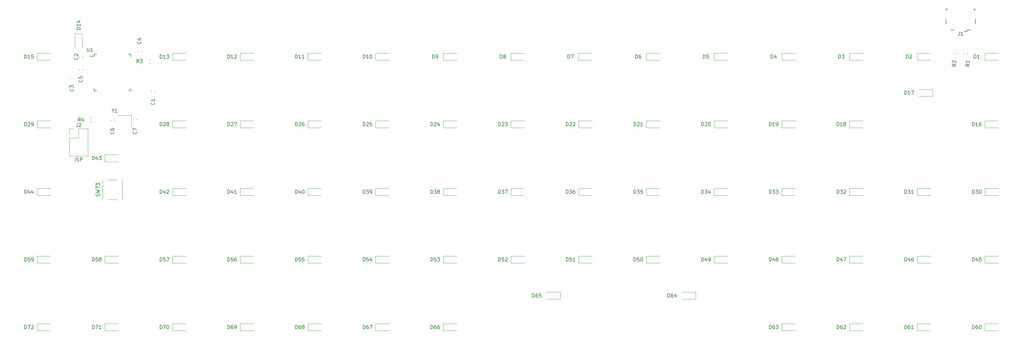
<source format=gbr>
%TF.GenerationSoftware,KiCad,Pcbnew,5.1.6*%
%TF.CreationDate,2020-06-07T21:01:59+02:00*%
%TF.ProjectId,DWZG60,44575a47-3630-42e6-9b69-6361645f7063,1*%
%TF.SameCoordinates,Original*%
%TF.FileFunction,Legend,Top*%
%TF.FilePolarity,Positive*%
%FSLAX46Y46*%
G04 Gerber Fmt 4.6, Leading zero omitted, Abs format (unit mm)*
G04 Created by KiCad (PCBNEW 5.1.6) date 2020-06-07 21:01:59*
%MOMM*%
%LPD*%
G01*
G04 APERTURE LIST*
%ADD10C,0.120000*%
%ADD11C,0.150000*%
G04 APERTURE END LIST*
D10*
%TO.C,Y1*%
X83535000Y-150175000D02*
X79535000Y-150175000D01*
X83535000Y-153475000D02*
X83535000Y-150175000D01*
D11*
%TO.C,U1*%
X73015000Y-132895000D02*
X73015000Y-133470000D01*
X83365000Y-132895000D02*
X83365000Y-133570000D01*
X83365000Y-143245000D02*
X83365000Y-142570000D01*
X73015000Y-143245000D02*
X73015000Y-142570000D01*
X73015000Y-132895000D02*
X73690000Y-132895000D01*
X73015000Y-143245000D02*
X73690000Y-143245000D01*
X83365000Y-143245000D02*
X82690000Y-143245000D01*
X83365000Y-132895000D02*
X82690000Y-132895000D01*
X73015000Y-133470000D02*
X71740000Y-133470000D01*
D10*
%TO.C,R1*%
X318730000Y-132578733D02*
X318730000Y-132921267D01*
X317710000Y-132578733D02*
X317710000Y-132921267D01*
%TO.C,R2*%
X315170000Y-132578733D02*
X315170000Y-132921267D01*
X316190000Y-132578733D02*
X316190000Y-132921267D01*
%TO.C,R4*%
X71908733Y-150895000D02*
X72251267Y-150895000D01*
X71908733Y-151915000D02*
X72251267Y-151915000D01*
D11*
%TO.C,J1*%
X321015000Y-124369000D02*
X321015000Y-122969000D01*
X321015000Y-120569000D02*
X321015000Y-120419000D01*
X321015000Y-120419000D02*
X320715000Y-120419000D01*
X320715000Y-120419000D02*
X320715000Y-119969000D01*
X313015000Y-119969000D02*
X313015000Y-120419000D01*
X313015000Y-120419000D02*
X312715000Y-120419000D01*
X312715000Y-120419000D02*
X312715000Y-120569000D01*
X312715000Y-122969000D02*
X312715000Y-124369000D01*
X317940000Y-126544000D02*
X318665000Y-126544000D01*
X318665000Y-126544000D02*
X318665000Y-126119000D01*
X318665000Y-126119000D02*
X319665000Y-126119000D01*
X315065000Y-126119000D02*
X314065000Y-126119000D01*
D10*
%TO.C,J2*%
X66065000Y-153885000D02*
X67395000Y-153885000D01*
X66065000Y-155215000D02*
X66065000Y-153885000D01*
X68665000Y-153885000D02*
X71265000Y-153885000D01*
X68665000Y-156485000D02*
X68665000Y-153885000D01*
X66065000Y-156485000D02*
X68665000Y-156485000D01*
X71265000Y-153885000D02*
X71265000Y-161625000D01*
X66065000Y-156485000D02*
X66065000Y-161625000D01*
X66065000Y-161625000D02*
X71265000Y-161625000D01*
%TO.C,C1*%
X89110000Y-143139721D02*
X89110000Y-143465279D01*
X90130000Y-143139721D02*
X90130000Y-143465279D01*
%TO.C,C2*%
X69810000Y-133940279D02*
X69810000Y-133614721D01*
X68790000Y-133940279D02*
X68790000Y-133614721D01*
%TO.C,C3*%
X66250000Y-139897779D02*
X66250000Y-139572221D01*
X67270000Y-139897779D02*
X67270000Y-139572221D01*
%TO.C,C4*%
X85300000Y-132277779D02*
X85300000Y-131952221D01*
X86320000Y-132277779D02*
X86320000Y-131952221D01*
%TO.C,C5*%
X68790000Y-137445279D02*
X68790000Y-137119721D01*
X69810000Y-137445279D02*
X69810000Y-137119721D01*
%TO.C,C6*%
X78700000Y-151720279D02*
X78700000Y-151394721D01*
X77680000Y-151720279D02*
X77680000Y-151394721D01*
%TO.C,C7*%
X84030000Y-151089721D02*
X84030000Y-151415279D01*
X85050000Y-151089721D02*
X85050000Y-151415279D01*
%TO.C,D1*%
X323640000Y-132625000D02*
X327490000Y-132625000D01*
X323640000Y-134625000D02*
X327490000Y-134625000D01*
X323640000Y-132625000D02*
X323640000Y-134625000D01*
%TO.C,D2*%
X304590000Y-132625000D02*
X304590000Y-134625000D01*
X304590000Y-134625000D02*
X308440000Y-134625000D01*
X304590000Y-132625000D02*
X308440000Y-132625000D01*
%TO.C,D3*%
X285540000Y-132625000D02*
X289390000Y-132625000D01*
X285540000Y-134625000D02*
X289390000Y-134625000D01*
X285540000Y-132625000D02*
X285540000Y-134625000D01*
%TO.C,D4*%
X266490000Y-132625000D02*
X266490000Y-134625000D01*
X266490000Y-134625000D02*
X270340000Y-134625000D01*
X266490000Y-132625000D02*
X270340000Y-132625000D01*
%TO.C,D5*%
X247440000Y-132625000D02*
X247440000Y-134625000D01*
X247440000Y-134625000D02*
X251290000Y-134625000D01*
X247440000Y-132625000D02*
X251290000Y-132625000D01*
%TO.C,D6*%
X228390000Y-132625000D02*
X228390000Y-134625000D01*
X228390000Y-134625000D02*
X232240000Y-134625000D01*
X228390000Y-132625000D02*
X232240000Y-132625000D01*
%TO.C,D7*%
X209340000Y-132625000D02*
X213190000Y-132625000D01*
X209340000Y-134625000D02*
X213190000Y-134625000D01*
X209340000Y-132625000D02*
X209340000Y-134625000D01*
%TO.C,D8*%
X190290000Y-132625000D02*
X194140000Y-132625000D01*
X190290000Y-134625000D02*
X194140000Y-134625000D01*
X190290000Y-132625000D02*
X190290000Y-134625000D01*
%TO.C,D9*%
X171240000Y-132625000D02*
X171240000Y-134625000D01*
X171240000Y-134625000D02*
X175090000Y-134625000D01*
X171240000Y-132625000D02*
X175090000Y-132625000D01*
%TO.C,D10*%
X152190000Y-132625000D02*
X152190000Y-134625000D01*
X152190000Y-134625000D02*
X156040000Y-134625000D01*
X152190000Y-132625000D02*
X156040000Y-132625000D01*
%TO.C,D11*%
X133140000Y-132625000D02*
X133140000Y-134625000D01*
X133140000Y-134625000D02*
X136990000Y-134625000D01*
X133140000Y-132625000D02*
X136990000Y-132625000D01*
%TO.C,D12*%
X114090000Y-132625000D02*
X117940000Y-132625000D01*
X114090000Y-134625000D02*
X117940000Y-134625000D01*
X114090000Y-132625000D02*
X114090000Y-134625000D01*
%TO.C,D13*%
X95040000Y-132625000D02*
X95040000Y-134625000D01*
X95040000Y-134625000D02*
X98890000Y-134625000D01*
X95040000Y-132625000D02*
X98890000Y-132625000D01*
%TO.C,D14*%
X69665000Y-127135000D02*
X67665000Y-127135000D01*
X67665000Y-127135000D02*
X67665000Y-130985000D01*
X69665000Y-127135000D02*
X69665000Y-130985000D01*
%TO.C,D15*%
X56940000Y-132625000D02*
X60790000Y-132625000D01*
X56940000Y-134625000D02*
X60790000Y-134625000D01*
X56940000Y-132625000D02*
X56940000Y-134625000D01*
%TO.C,D16*%
X323640000Y-151675000D02*
X323640000Y-153675000D01*
X323640000Y-153675000D02*
X327490000Y-153675000D01*
X323640000Y-151675000D02*
X327490000Y-151675000D01*
%TO.C,D17*%
X308990000Y-144785000D02*
X305140000Y-144785000D01*
X308990000Y-142785000D02*
X305140000Y-142785000D01*
X308990000Y-144785000D02*
X308990000Y-142785000D01*
%TO.C,D18*%
X285540000Y-151675000D02*
X285540000Y-153675000D01*
X285540000Y-153675000D02*
X289390000Y-153675000D01*
X285540000Y-151675000D02*
X289390000Y-151675000D01*
%TO.C,D19*%
X266490000Y-151675000D02*
X270340000Y-151675000D01*
X266490000Y-153675000D02*
X270340000Y-153675000D01*
X266490000Y-151675000D02*
X266490000Y-153675000D01*
%TO.C,D20*%
X247440000Y-151675000D02*
X251290000Y-151675000D01*
X247440000Y-153675000D02*
X251290000Y-153675000D01*
X247440000Y-151675000D02*
X247440000Y-153675000D01*
%TO.C,D21*%
X228390000Y-151675000D02*
X232240000Y-151675000D01*
X228390000Y-153675000D02*
X232240000Y-153675000D01*
X228390000Y-151675000D02*
X228390000Y-153675000D01*
%TO.C,D22*%
X209340000Y-151675000D02*
X209340000Y-153675000D01*
X209340000Y-153675000D02*
X213190000Y-153675000D01*
X209340000Y-151675000D02*
X213190000Y-151675000D01*
%TO.C,D23*%
X190290000Y-151675000D02*
X190290000Y-153675000D01*
X190290000Y-153675000D02*
X194140000Y-153675000D01*
X190290000Y-151675000D02*
X194140000Y-151675000D01*
%TO.C,D24*%
X171240000Y-151675000D02*
X171240000Y-153675000D01*
X171240000Y-153675000D02*
X175090000Y-153675000D01*
X171240000Y-151675000D02*
X175090000Y-151675000D01*
%TO.C,D25*%
X152190000Y-151675000D02*
X156040000Y-151675000D01*
X152190000Y-153675000D02*
X156040000Y-153675000D01*
X152190000Y-151675000D02*
X152190000Y-153675000D01*
%TO.C,D26*%
X133140000Y-151675000D02*
X136990000Y-151675000D01*
X133140000Y-153675000D02*
X136990000Y-153675000D01*
X133140000Y-151675000D02*
X133140000Y-153675000D01*
%TO.C,D27*%
X114090000Y-151675000D02*
X114090000Y-153675000D01*
X114090000Y-153675000D02*
X117940000Y-153675000D01*
X114090000Y-151675000D02*
X117940000Y-151675000D01*
%TO.C,D28*%
X95040000Y-151675000D02*
X98890000Y-151675000D01*
X95040000Y-153675000D02*
X98890000Y-153675000D01*
X95040000Y-151675000D02*
X95040000Y-153675000D01*
%TO.C,D29*%
X56940000Y-151675000D02*
X56940000Y-153675000D01*
X56940000Y-153675000D02*
X60790000Y-153675000D01*
X56940000Y-151675000D02*
X60790000Y-151675000D01*
%TO.C,D30*%
X323640000Y-170725000D02*
X327490000Y-170725000D01*
X323640000Y-172725000D02*
X327490000Y-172725000D01*
X323640000Y-170725000D02*
X323640000Y-172725000D01*
%TO.C,D31*%
X304590000Y-170725000D02*
X304590000Y-172725000D01*
X304590000Y-172725000D02*
X308440000Y-172725000D01*
X304590000Y-170725000D02*
X308440000Y-170725000D01*
%TO.C,D32*%
X285540000Y-170725000D02*
X289390000Y-170725000D01*
X285540000Y-172725000D02*
X289390000Y-172725000D01*
X285540000Y-170725000D02*
X285540000Y-172725000D01*
%TO.C,D33*%
X266490000Y-170725000D02*
X266490000Y-172725000D01*
X266490000Y-172725000D02*
X270340000Y-172725000D01*
X266490000Y-170725000D02*
X270340000Y-170725000D01*
%TO.C,D34*%
X247440000Y-170725000D02*
X247440000Y-172725000D01*
X247440000Y-172725000D02*
X251290000Y-172725000D01*
X247440000Y-170725000D02*
X251290000Y-170725000D01*
%TO.C,D35*%
X228390000Y-170725000D02*
X228390000Y-172725000D01*
X228390000Y-172725000D02*
X232240000Y-172725000D01*
X228390000Y-170725000D02*
X232240000Y-170725000D01*
%TO.C,D36*%
X209340000Y-170725000D02*
X213190000Y-170725000D01*
X209340000Y-172725000D02*
X213190000Y-172725000D01*
X209340000Y-170725000D02*
X209340000Y-172725000D01*
%TO.C,D37*%
X190290000Y-170725000D02*
X194140000Y-170725000D01*
X190290000Y-172725000D02*
X194140000Y-172725000D01*
X190290000Y-170725000D02*
X190290000Y-172725000D01*
%TO.C,D38*%
X171240000Y-170725000D02*
X175090000Y-170725000D01*
X171240000Y-172725000D02*
X175090000Y-172725000D01*
X171240000Y-170725000D02*
X171240000Y-172725000D01*
%TO.C,D39*%
X152190000Y-170725000D02*
X152190000Y-172725000D01*
X152190000Y-172725000D02*
X156040000Y-172725000D01*
X152190000Y-170725000D02*
X156040000Y-170725000D01*
%TO.C,D40*%
X133140000Y-170725000D02*
X133140000Y-172725000D01*
X133140000Y-172725000D02*
X136990000Y-172725000D01*
X133140000Y-170725000D02*
X136990000Y-170725000D01*
%TO.C,D41*%
X114090000Y-170725000D02*
X114090000Y-172725000D01*
X114090000Y-172725000D02*
X117940000Y-172725000D01*
X114090000Y-170725000D02*
X117940000Y-170725000D01*
%TO.C,D42*%
X95040000Y-170725000D02*
X95040000Y-172725000D01*
X95040000Y-172725000D02*
X98890000Y-172725000D01*
X95040000Y-170725000D02*
X98890000Y-170725000D01*
%TO.C,D43*%
X75990000Y-161200000D02*
X79840000Y-161200000D01*
X75990000Y-163200000D02*
X79840000Y-163200000D01*
X75990000Y-161200000D02*
X75990000Y-163200000D01*
%TO.C,D44*%
X56940000Y-170725000D02*
X60790000Y-170725000D01*
X56940000Y-172725000D02*
X60790000Y-172725000D01*
X56940000Y-170725000D02*
X56940000Y-172725000D01*
%TO.C,D45*%
X323640000Y-189775000D02*
X323640000Y-191775000D01*
X323640000Y-191775000D02*
X327490000Y-191775000D01*
X323640000Y-189775000D02*
X327490000Y-189775000D01*
%TO.C,D46*%
X304590000Y-189775000D02*
X308440000Y-189775000D01*
X304590000Y-191775000D02*
X308440000Y-191775000D01*
X304590000Y-189775000D02*
X304590000Y-191775000D01*
%TO.C,D47*%
X285540000Y-189775000D02*
X285540000Y-191775000D01*
X285540000Y-191775000D02*
X289390000Y-191775000D01*
X285540000Y-189775000D02*
X289390000Y-189775000D01*
%TO.C,D48*%
X266490000Y-189775000D02*
X270340000Y-189775000D01*
X266490000Y-191775000D02*
X270340000Y-191775000D01*
X266490000Y-189775000D02*
X266490000Y-191775000D01*
%TO.C,D49*%
X247440000Y-189775000D02*
X251290000Y-189775000D01*
X247440000Y-191775000D02*
X251290000Y-191775000D01*
X247440000Y-189775000D02*
X247440000Y-191775000D01*
%TO.C,D50*%
X228390000Y-189775000D02*
X232240000Y-189775000D01*
X228390000Y-191775000D02*
X232240000Y-191775000D01*
X228390000Y-189775000D02*
X228390000Y-191775000D01*
%TO.C,D51*%
X209340000Y-189775000D02*
X209340000Y-191775000D01*
X209340000Y-191775000D02*
X213190000Y-191775000D01*
X209340000Y-189775000D02*
X213190000Y-189775000D01*
%TO.C,D52*%
X190290000Y-189775000D02*
X190290000Y-191775000D01*
X190290000Y-191775000D02*
X194140000Y-191775000D01*
X190290000Y-189775000D02*
X194140000Y-189775000D01*
%TO.C,D53*%
X171240000Y-189775000D02*
X175090000Y-189775000D01*
X171240000Y-191775000D02*
X175090000Y-191775000D01*
X171240000Y-189775000D02*
X171240000Y-191775000D01*
%TO.C,D54*%
X152190000Y-189775000D02*
X156040000Y-189775000D01*
X152190000Y-191775000D02*
X156040000Y-191775000D01*
X152190000Y-189775000D02*
X152190000Y-191775000D01*
%TO.C,D55*%
X133140000Y-189775000D02*
X133140000Y-191775000D01*
X133140000Y-191775000D02*
X136990000Y-191775000D01*
X133140000Y-189775000D02*
X136990000Y-189775000D01*
%TO.C,D56*%
X114090000Y-189775000D02*
X117940000Y-189775000D01*
X114090000Y-191775000D02*
X117940000Y-191775000D01*
X114090000Y-189775000D02*
X114090000Y-191775000D01*
%TO.C,D57*%
X95040000Y-189775000D02*
X98890000Y-189775000D01*
X95040000Y-191775000D02*
X98890000Y-191775000D01*
X95040000Y-189775000D02*
X95040000Y-191775000D01*
%TO.C,D58*%
X75990000Y-189775000D02*
X75990000Y-191775000D01*
X75990000Y-191775000D02*
X79840000Y-191775000D01*
X75990000Y-189775000D02*
X79840000Y-189775000D01*
%TO.C,D59*%
X56940000Y-189775000D02*
X56940000Y-191775000D01*
X56940000Y-191775000D02*
X60790000Y-191775000D01*
X56940000Y-189775000D02*
X60790000Y-189775000D01*
%TO.C,D60*%
X323640000Y-208825000D02*
X327490000Y-208825000D01*
X323640000Y-210825000D02*
X327490000Y-210825000D01*
X323640000Y-208825000D02*
X323640000Y-210825000D01*
%TO.C,D61*%
X304590000Y-208825000D02*
X304590000Y-210825000D01*
X304590000Y-210825000D02*
X308440000Y-210825000D01*
X304590000Y-208825000D02*
X308440000Y-208825000D01*
%TO.C,D62*%
X285540000Y-208825000D02*
X289390000Y-208825000D01*
X285540000Y-210825000D02*
X289390000Y-210825000D01*
X285540000Y-208825000D02*
X285540000Y-210825000D01*
%TO.C,D63*%
X266490000Y-208825000D02*
X266490000Y-210825000D01*
X266490000Y-210825000D02*
X270340000Y-210825000D01*
X266490000Y-208825000D02*
X270340000Y-208825000D01*
%TO.C,D64*%
X242315000Y-201935000D02*
X238465000Y-201935000D01*
X242315000Y-199935000D02*
X238465000Y-199935000D01*
X242315000Y-201935000D02*
X242315000Y-199935000D01*
%TO.C,D65*%
X204215000Y-201935000D02*
X200365000Y-201935000D01*
X204215000Y-199935000D02*
X200365000Y-199935000D01*
X204215000Y-201935000D02*
X204215000Y-199935000D01*
%TO.C,D66*%
X171240000Y-208825000D02*
X171240000Y-210825000D01*
X171240000Y-210825000D02*
X175090000Y-210825000D01*
X171240000Y-208825000D02*
X175090000Y-208825000D01*
%TO.C,D67*%
X152190000Y-208825000D02*
X152190000Y-210825000D01*
X152190000Y-210825000D02*
X156040000Y-210825000D01*
X152190000Y-208825000D02*
X156040000Y-208825000D01*
%TO.C,D68*%
X133140000Y-208825000D02*
X136990000Y-208825000D01*
X133140000Y-210825000D02*
X136990000Y-210825000D01*
X133140000Y-208825000D02*
X133140000Y-210825000D01*
%TO.C,D69*%
X114090000Y-208825000D02*
X117940000Y-208825000D01*
X114090000Y-210825000D02*
X117940000Y-210825000D01*
X114090000Y-208825000D02*
X114090000Y-210825000D01*
%TO.C,D70*%
X95040000Y-208825000D02*
X95040000Y-210825000D01*
X95040000Y-210825000D02*
X98890000Y-210825000D01*
X95040000Y-208825000D02*
X98890000Y-208825000D01*
%TO.C,D71*%
X75990000Y-208825000D02*
X79840000Y-208825000D01*
X75990000Y-210825000D02*
X79840000Y-210825000D01*
X75990000Y-208825000D02*
X75990000Y-210825000D01*
%TO.C,D72*%
X56940000Y-208825000D02*
X60790000Y-208825000D01*
X56940000Y-210825000D02*
X60790000Y-210825000D01*
X56940000Y-208825000D02*
X56940000Y-210825000D01*
%TO.C,R3*%
X88761267Y-134385000D02*
X88418733Y-134385000D01*
X88761267Y-135405000D02*
X88418733Y-135405000D01*
%TO.C,SW73*%
X80970000Y-173870000D02*
X80970000Y-168310000D01*
X76890000Y-173870000D02*
X79490000Y-173870000D01*
X75410000Y-173870000D02*
X75410000Y-168310000D01*
X76890000Y-168310000D02*
X79490000Y-168310000D01*
%TO.C,Y1*%
D11*
X78348809Y-148841190D02*
X78348809Y-149317380D01*
X78015476Y-148317380D02*
X78348809Y-148841190D01*
X78682142Y-148317380D01*
X79539285Y-149317380D02*
X78967857Y-149317380D01*
X79253571Y-149317380D02*
X79253571Y-148317380D01*
X79158333Y-148460238D01*
X79063095Y-148555476D01*
X78967857Y-148603095D01*
%TO.C,U1*%
X71078095Y-131172380D02*
X71078095Y-131981904D01*
X71125714Y-132077142D01*
X71173333Y-132124761D01*
X71268571Y-132172380D01*
X71459047Y-132172380D01*
X71554285Y-132124761D01*
X71601904Y-132077142D01*
X71649523Y-131981904D01*
X71649523Y-131172380D01*
X72649523Y-132172380D02*
X72078095Y-132172380D01*
X72363809Y-132172380D02*
X72363809Y-131172380D01*
X72268571Y-131315238D01*
X72173333Y-131410476D01*
X72078095Y-131458095D01*
%TO.C,R1*%
X319307380Y-135696666D02*
X318831190Y-136030000D01*
X319307380Y-136268095D02*
X318307380Y-136268095D01*
X318307380Y-135887142D01*
X318355000Y-135791904D01*
X318402619Y-135744285D01*
X318497857Y-135696666D01*
X318640714Y-135696666D01*
X318735952Y-135744285D01*
X318783571Y-135791904D01*
X318831190Y-135887142D01*
X318831190Y-136268095D01*
X319307380Y-134744285D02*
X319307380Y-135315714D01*
X319307380Y-135030000D02*
X318307380Y-135030000D01*
X318450238Y-135125238D01*
X318545476Y-135220476D01*
X318593095Y-135315714D01*
%TO.C,R2*%
X315497380Y-135696666D02*
X315021190Y-136030000D01*
X315497380Y-136268095D02*
X314497380Y-136268095D01*
X314497380Y-135887142D01*
X314545000Y-135791904D01*
X314592619Y-135744285D01*
X314687857Y-135696666D01*
X314830714Y-135696666D01*
X314925952Y-135744285D01*
X314973571Y-135791904D01*
X315021190Y-135887142D01*
X315021190Y-136268095D01*
X314592619Y-135315714D02*
X314545000Y-135268095D01*
X314497380Y-135172857D01*
X314497380Y-134934761D01*
X314545000Y-134839523D01*
X314592619Y-134791904D01*
X314687857Y-134744285D01*
X314783095Y-134744285D01*
X314925952Y-134791904D01*
X315497380Y-135363333D01*
X315497380Y-134744285D01*
%TO.C,R4*%
X69133333Y-151857380D02*
X68800000Y-151381190D01*
X68561904Y-151857380D02*
X68561904Y-150857380D01*
X68942857Y-150857380D01*
X69038095Y-150905000D01*
X69085714Y-150952619D01*
X69133333Y-151047857D01*
X69133333Y-151190714D01*
X69085714Y-151285952D01*
X69038095Y-151333571D01*
X68942857Y-151381190D01*
X68561904Y-151381190D01*
X69990476Y-151190714D02*
X69990476Y-151857380D01*
X69752380Y-150809761D02*
X69514285Y-151524047D01*
X70133333Y-151524047D01*
%TO.C,J1*%
X316531666Y-126671380D02*
X316531666Y-127385666D01*
X316484047Y-127528523D01*
X316388809Y-127623761D01*
X316245952Y-127671380D01*
X316150714Y-127671380D01*
X317531666Y-127671380D02*
X316960238Y-127671380D01*
X317245952Y-127671380D02*
X317245952Y-126671380D01*
X317150714Y-126814238D01*
X317055476Y-126909476D01*
X316960238Y-126957095D01*
%TO.C,J2*%
X68331666Y-152337380D02*
X68331666Y-153051666D01*
X68284047Y-153194523D01*
X68188809Y-153289761D01*
X68045952Y-153337380D01*
X67950714Y-153337380D01*
X68760238Y-152432619D02*
X68807857Y-152385000D01*
X68903095Y-152337380D01*
X69141190Y-152337380D01*
X69236428Y-152385000D01*
X69284047Y-152432619D01*
X69331666Y-152527857D01*
X69331666Y-152623095D01*
X69284047Y-152765952D01*
X68712619Y-153337380D01*
X69331666Y-153337380D01*
X67688809Y-163077380D02*
X67688809Y-162077380D01*
X68117380Y-163029761D02*
X68260238Y-163077380D01*
X68498333Y-163077380D01*
X68593571Y-163029761D01*
X68641190Y-162982142D01*
X68688809Y-162886904D01*
X68688809Y-162791666D01*
X68641190Y-162696428D01*
X68593571Y-162648809D01*
X68498333Y-162601190D01*
X68307857Y-162553571D01*
X68212619Y-162505952D01*
X68165000Y-162458333D01*
X68117380Y-162363095D01*
X68117380Y-162267857D01*
X68165000Y-162172619D01*
X68212619Y-162125000D01*
X68307857Y-162077380D01*
X68545952Y-162077380D01*
X68688809Y-162125000D01*
X69117380Y-163077380D02*
X69117380Y-162077380D01*
X69498333Y-162077380D01*
X69593571Y-162125000D01*
X69641190Y-162172619D01*
X69688809Y-162267857D01*
X69688809Y-162410714D01*
X69641190Y-162505952D01*
X69593571Y-162553571D01*
X69498333Y-162601190D01*
X69117380Y-162601190D01*
%TO.C,C1*%
X89977142Y-146491666D02*
X90024761Y-146539285D01*
X90072380Y-146682142D01*
X90072380Y-146777380D01*
X90024761Y-146920238D01*
X89929523Y-147015476D01*
X89834285Y-147063095D01*
X89643809Y-147110714D01*
X89500952Y-147110714D01*
X89310476Y-147063095D01*
X89215238Y-147015476D01*
X89120000Y-146920238D01*
X89072380Y-146777380D01*
X89072380Y-146682142D01*
X89120000Y-146539285D01*
X89167619Y-146491666D01*
X90072380Y-145539285D02*
X90072380Y-146110714D01*
X90072380Y-145825000D02*
X89072380Y-145825000D01*
X89215238Y-145920238D01*
X89310476Y-146015476D01*
X89358095Y-146110714D01*
%TO.C,C2*%
X68387142Y-133791666D02*
X68434761Y-133839285D01*
X68482380Y-133982142D01*
X68482380Y-134077380D01*
X68434761Y-134220238D01*
X68339523Y-134315476D01*
X68244285Y-134363095D01*
X68053809Y-134410714D01*
X67910952Y-134410714D01*
X67720476Y-134363095D01*
X67625238Y-134315476D01*
X67530000Y-134220238D01*
X67482380Y-134077380D01*
X67482380Y-133982142D01*
X67530000Y-133839285D01*
X67577619Y-133791666D01*
X67577619Y-133410714D02*
X67530000Y-133363095D01*
X67482380Y-133267857D01*
X67482380Y-133029761D01*
X67530000Y-132934523D01*
X67577619Y-132886904D01*
X67672857Y-132839285D01*
X67768095Y-132839285D01*
X67910952Y-132886904D01*
X68482380Y-133458333D01*
X68482380Y-132839285D01*
%TO.C,C3*%
X67117142Y-142681666D02*
X67164761Y-142729285D01*
X67212380Y-142872142D01*
X67212380Y-142967380D01*
X67164761Y-143110238D01*
X67069523Y-143205476D01*
X66974285Y-143253095D01*
X66783809Y-143300714D01*
X66640952Y-143300714D01*
X66450476Y-143253095D01*
X66355238Y-143205476D01*
X66260000Y-143110238D01*
X66212380Y-142967380D01*
X66212380Y-142872142D01*
X66260000Y-142729285D01*
X66307619Y-142681666D01*
X66212380Y-142348333D02*
X66212380Y-141729285D01*
X66593333Y-142062619D01*
X66593333Y-141919761D01*
X66640952Y-141824523D01*
X66688571Y-141776904D01*
X66783809Y-141729285D01*
X67021904Y-141729285D01*
X67117142Y-141776904D01*
X67164761Y-141824523D01*
X67212380Y-141919761D01*
X67212380Y-142205476D01*
X67164761Y-142300714D01*
X67117142Y-142348333D01*
%TO.C,C4*%
X86167142Y-129346666D02*
X86214761Y-129394285D01*
X86262380Y-129537142D01*
X86262380Y-129632380D01*
X86214761Y-129775238D01*
X86119523Y-129870476D01*
X86024285Y-129918095D01*
X85833809Y-129965714D01*
X85690952Y-129965714D01*
X85500476Y-129918095D01*
X85405238Y-129870476D01*
X85310000Y-129775238D01*
X85262380Y-129632380D01*
X85262380Y-129537142D01*
X85310000Y-129394285D01*
X85357619Y-129346666D01*
X85595714Y-128489523D02*
X86262380Y-128489523D01*
X85214761Y-128727619D02*
X85929047Y-128965714D01*
X85929047Y-128346666D01*
%TO.C,C5*%
X69657142Y-140141666D02*
X69704761Y-140189285D01*
X69752380Y-140332142D01*
X69752380Y-140427380D01*
X69704761Y-140570238D01*
X69609523Y-140665476D01*
X69514285Y-140713095D01*
X69323809Y-140760714D01*
X69180952Y-140760714D01*
X68990476Y-140713095D01*
X68895238Y-140665476D01*
X68800000Y-140570238D01*
X68752380Y-140427380D01*
X68752380Y-140332142D01*
X68800000Y-140189285D01*
X68847619Y-140141666D01*
X68752380Y-139236904D02*
X68752380Y-139713095D01*
X69228571Y-139760714D01*
X69180952Y-139713095D01*
X69133333Y-139617857D01*
X69133333Y-139379761D01*
X69180952Y-139284523D01*
X69228571Y-139236904D01*
X69323809Y-139189285D01*
X69561904Y-139189285D01*
X69657142Y-139236904D01*
X69704761Y-139284523D01*
X69752380Y-139379761D01*
X69752380Y-139617857D01*
X69704761Y-139713095D01*
X69657142Y-139760714D01*
%TO.C,C6*%
X78547142Y-154746666D02*
X78594761Y-154794285D01*
X78642380Y-154937142D01*
X78642380Y-155032380D01*
X78594761Y-155175238D01*
X78499523Y-155270476D01*
X78404285Y-155318095D01*
X78213809Y-155365714D01*
X78070952Y-155365714D01*
X77880476Y-155318095D01*
X77785238Y-155270476D01*
X77690000Y-155175238D01*
X77642380Y-155032380D01*
X77642380Y-154937142D01*
X77690000Y-154794285D01*
X77737619Y-154746666D01*
X77642380Y-153889523D02*
X77642380Y-154080000D01*
X77690000Y-154175238D01*
X77737619Y-154222857D01*
X77880476Y-154318095D01*
X78070952Y-154365714D01*
X78451904Y-154365714D01*
X78547142Y-154318095D01*
X78594761Y-154270476D01*
X78642380Y-154175238D01*
X78642380Y-153984761D01*
X78594761Y-153889523D01*
X78547142Y-153841904D01*
X78451904Y-153794285D01*
X78213809Y-153794285D01*
X78118571Y-153841904D01*
X78070952Y-153889523D01*
X78023333Y-153984761D01*
X78023333Y-154175238D01*
X78070952Y-154270476D01*
X78118571Y-154318095D01*
X78213809Y-154365714D01*
%TO.C,C7*%
X84897142Y-154746666D02*
X84944761Y-154794285D01*
X84992380Y-154937142D01*
X84992380Y-155032380D01*
X84944761Y-155175238D01*
X84849523Y-155270476D01*
X84754285Y-155318095D01*
X84563809Y-155365714D01*
X84420952Y-155365714D01*
X84230476Y-155318095D01*
X84135238Y-155270476D01*
X84040000Y-155175238D01*
X83992380Y-155032380D01*
X83992380Y-154937142D01*
X84040000Y-154794285D01*
X84087619Y-154746666D01*
X83992380Y-154413333D02*
X83992380Y-153746666D01*
X84992380Y-154175238D01*
%TO.C,D1*%
X320656904Y-134077380D02*
X320656904Y-133077380D01*
X320895000Y-133077380D01*
X321037857Y-133125000D01*
X321133095Y-133220238D01*
X321180714Y-133315476D01*
X321228333Y-133505952D01*
X321228333Y-133648809D01*
X321180714Y-133839285D01*
X321133095Y-133934523D01*
X321037857Y-134029761D01*
X320895000Y-134077380D01*
X320656904Y-134077380D01*
X322180714Y-134077380D02*
X321609285Y-134077380D01*
X321895000Y-134077380D02*
X321895000Y-133077380D01*
X321799761Y-133220238D01*
X321704523Y-133315476D01*
X321609285Y-133363095D01*
%TO.C,D2*%
X301606904Y-134077380D02*
X301606904Y-133077380D01*
X301845000Y-133077380D01*
X301987857Y-133125000D01*
X302083095Y-133220238D01*
X302130714Y-133315476D01*
X302178333Y-133505952D01*
X302178333Y-133648809D01*
X302130714Y-133839285D01*
X302083095Y-133934523D01*
X301987857Y-134029761D01*
X301845000Y-134077380D01*
X301606904Y-134077380D01*
X302559285Y-133172619D02*
X302606904Y-133125000D01*
X302702142Y-133077380D01*
X302940238Y-133077380D01*
X303035476Y-133125000D01*
X303083095Y-133172619D01*
X303130714Y-133267857D01*
X303130714Y-133363095D01*
X303083095Y-133505952D01*
X302511666Y-134077380D01*
X303130714Y-134077380D01*
%TO.C,D3*%
X282556904Y-134077380D02*
X282556904Y-133077380D01*
X282795000Y-133077380D01*
X282937857Y-133125000D01*
X283033095Y-133220238D01*
X283080714Y-133315476D01*
X283128333Y-133505952D01*
X283128333Y-133648809D01*
X283080714Y-133839285D01*
X283033095Y-133934523D01*
X282937857Y-134029761D01*
X282795000Y-134077380D01*
X282556904Y-134077380D01*
X283461666Y-133077380D02*
X284080714Y-133077380D01*
X283747380Y-133458333D01*
X283890238Y-133458333D01*
X283985476Y-133505952D01*
X284033095Y-133553571D01*
X284080714Y-133648809D01*
X284080714Y-133886904D01*
X284033095Y-133982142D01*
X283985476Y-134029761D01*
X283890238Y-134077380D01*
X283604523Y-134077380D01*
X283509285Y-134029761D01*
X283461666Y-133982142D01*
%TO.C,D4*%
X263506904Y-134077380D02*
X263506904Y-133077380D01*
X263745000Y-133077380D01*
X263887857Y-133125000D01*
X263983095Y-133220238D01*
X264030714Y-133315476D01*
X264078333Y-133505952D01*
X264078333Y-133648809D01*
X264030714Y-133839285D01*
X263983095Y-133934523D01*
X263887857Y-134029761D01*
X263745000Y-134077380D01*
X263506904Y-134077380D01*
X264935476Y-133410714D02*
X264935476Y-134077380D01*
X264697380Y-133029761D02*
X264459285Y-133744047D01*
X265078333Y-133744047D01*
%TO.C,D5*%
X244456904Y-134077380D02*
X244456904Y-133077380D01*
X244695000Y-133077380D01*
X244837857Y-133125000D01*
X244933095Y-133220238D01*
X244980714Y-133315476D01*
X245028333Y-133505952D01*
X245028333Y-133648809D01*
X244980714Y-133839285D01*
X244933095Y-133934523D01*
X244837857Y-134029761D01*
X244695000Y-134077380D01*
X244456904Y-134077380D01*
X245933095Y-133077380D02*
X245456904Y-133077380D01*
X245409285Y-133553571D01*
X245456904Y-133505952D01*
X245552142Y-133458333D01*
X245790238Y-133458333D01*
X245885476Y-133505952D01*
X245933095Y-133553571D01*
X245980714Y-133648809D01*
X245980714Y-133886904D01*
X245933095Y-133982142D01*
X245885476Y-134029761D01*
X245790238Y-134077380D01*
X245552142Y-134077380D01*
X245456904Y-134029761D01*
X245409285Y-133982142D01*
%TO.C,D6*%
X225406904Y-134077380D02*
X225406904Y-133077380D01*
X225645000Y-133077380D01*
X225787857Y-133125000D01*
X225883095Y-133220238D01*
X225930714Y-133315476D01*
X225978333Y-133505952D01*
X225978333Y-133648809D01*
X225930714Y-133839285D01*
X225883095Y-133934523D01*
X225787857Y-134029761D01*
X225645000Y-134077380D01*
X225406904Y-134077380D01*
X226835476Y-133077380D02*
X226645000Y-133077380D01*
X226549761Y-133125000D01*
X226502142Y-133172619D01*
X226406904Y-133315476D01*
X226359285Y-133505952D01*
X226359285Y-133886904D01*
X226406904Y-133982142D01*
X226454523Y-134029761D01*
X226549761Y-134077380D01*
X226740238Y-134077380D01*
X226835476Y-134029761D01*
X226883095Y-133982142D01*
X226930714Y-133886904D01*
X226930714Y-133648809D01*
X226883095Y-133553571D01*
X226835476Y-133505952D01*
X226740238Y-133458333D01*
X226549761Y-133458333D01*
X226454523Y-133505952D01*
X226406904Y-133553571D01*
X226359285Y-133648809D01*
%TO.C,D7*%
X206356904Y-134077380D02*
X206356904Y-133077380D01*
X206595000Y-133077380D01*
X206737857Y-133125000D01*
X206833095Y-133220238D01*
X206880714Y-133315476D01*
X206928333Y-133505952D01*
X206928333Y-133648809D01*
X206880714Y-133839285D01*
X206833095Y-133934523D01*
X206737857Y-134029761D01*
X206595000Y-134077380D01*
X206356904Y-134077380D01*
X207261666Y-133077380D02*
X207928333Y-133077380D01*
X207499761Y-134077380D01*
%TO.C,D8*%
X187306904Y-134077380D02*
X187306904Y-133077380D01*
X187545000Y-133077380D01*
X187687857Y-133125000D01*
X187783095Y-133220238D01*
X187830714Y-133315476D01*
X187878333Y-133505952D01*
X187878333Y-133648809D01*
X187830714Y-133839285D01*
X187783095Y-133934523D01*
X187687857Y-134029761D01*
X187545000Y-134077380D01*
X187306904Y-134077380D01*
X188449761Y-133505952D02*
X188354523Y-133458333D01*
X188306904Y-133410714D01*
X188259285Y-133315476D01*
X188259285Y-133267857D01*
X188306904Y-133172619D01*
X188354523Y-133125000D01*
X188449761Y-133077380D01*
X188640238Y-133077380D01*
X188735476Y-133125000D01*
X188783095Y-133172619D01*
X188830714Y-133267857D01*
X188830714Y-133315476D01*
X188783095Y-133410714D01*
X188735476Y-133458333D01*
X188640238Y-133505952D01*
X188449761Y-133505952D01*
X188354523Y-133553571D01*
X188306904Y-133601190D01*
X188259285Y-133696428D01*
X188259285Y-133886904D01*
X188306904Y-133982142D01*
X188354523Y-134029761D01*
X188449761Y-134077380D01*
X188640238Y-134077380D01*
X188735476Y-134029761D01*
X188783095Y-133982142D01*
X188830714Y-133886904D01*
X188830714Y-133696428D01*
X188783095Y-133601190D01*
X188735476Y-133553571D01*
X188640238Y-133505952D01*
%TO.C,D9*%
X168256904Y-134077380D02*
X168256904Y-133077380D01*
X168495000Y-133077380D01*
X168637857Y-133125000D01*
X168733095Y-133220238D01*
X168780714Y-133315476D01*
X168828333Y-133505952D01*
X168828333Y-133648809D01*
X168780714Y-133839285D01*
X168733095Y-133934523D01*
X168637857Y-134029761D01*
X168495000Y-134077380D01*
X168256904Y-134077380D01*
X169304523Y-134077380D02*
X169495000Y-134077380D01*
X169590238Y-134029761D01*
X169637857Y-133982142D01*
X169733095Y-133839285D01*
X169780714Y-133648809D01*
X169780714Y-133267857D01*
X169733095Y-133172619D01*
X169685476Y-133125000D01*
X169590238Y-133077380D01*
X169399761Y-133077380D01*
X169304523Y-133125000D01*
X169256904Y-133172619D01*
X169209285Y-133267857D01*
X169209285Y-133505952D01*
X169256904Y-133601190D01*
X169304523Y-133648809D01*
X169399761Y-133696428D01*
X169590238Y-133696428D01*
X169685476Y-133648809D01*
X169733095Y-133601190D01*
X169780714Y-133505952D01*
%TO.C,D10*%
X148730714Y-134077380D02*
X148730714Y-133077380D01*
X148968809Y-133077380D01*
X149111666Y-133125000D01*
X149206904Y-133220238D01*
X149254523Y-133315476D01*
X149302142Y-133505952D01*
X149302142Y-133648809D01*
X149254523Y-133839285D01*
X149206904Y-133934523D01*
X149111666Y-134029761D01*
X148968809Y-134077380D01*
X148730714Y-134077380D01*
X150254523Y-134077380D02*
X149683095Y-134077380D01*
X149968809Y-134077380D02*
X149968809Y-133077380D01*
X149873571Y-133220238D01*
X149778333Y-133315476D01*
X149683095Y-133363095D01*
X150873571Y-133077380D02*
X150968809Y-133077380D01*
X151064047Y-133125000D01*
X151111666Y-133172619D01*
X151159285Y-133267857D01*
X151206904Y-133458333D01*
X151206904Y-133696428D01*
X151159285Y-133886904D01*
X151111666Y-133982142D01*
X151064047Y-134029761D01*
X150968809Y-134077380D01*
X150873571Y-134077380D01*
X150778333Y-134029761D01*
X150730714Y-133982142D01*
X150683095Y-133886904D01*
X150635476Y-133696428D01*
X150635476Y-133458333D01*
X150683095Y-133267857D01*
X150730714Y-133172619D01*
X150778333Y-133125000D01*
X150873571Y-133077380D01*
%TO.C,D11*%
X129680714Y-134077380D02*
X129680714Y-133077380D01*
X129918809Y-133077380D01*
X130061666Y-133125000D01*
X130156904Y-133220238D01*
X130204523Y-133315476D01*
X130252142Y-133505952D01*
X130252142Y-133648809D01*
X130204523Y-133839285D01*
X130156904Y-133934523D01*
X130061666Y-134029761D01*
X129918809Y-134077380D01*
X129680714Y-134077380D01*
X131204523Y-134077380D02*
X130633095Y-134077380D01*
X130918809Y-134077380D02*
X130918809Y-133077380D01*
X130823571Y-133220238D01*
X130728333Y-133315476D01*
X130633095Y-133363095D01*
X132156904Y-134077380D02*
X131585476Y-134077380D01*
X131871190Y-134077380D02*
X131871190Y-133077380D01*
X131775952Y-133220238D01*
X131680714Y-133315476D01*
X131585476Y-133363095D01*
%TO.C,D12*%
X110630714Y-134077380D02*
X110630714Y-133077380D01*
X110868809Y-133077380D01*
X111011666Y-133125000D01*
X111106904Y-133220238D01*
X111154523Y-133315476D01*
X111202142Y-133505952D01*
X111202142Y-133648809D01*
X111154523Y-133839285D01*
X111106904Y-133934523D01*
X111011666Y-134029761D01*
X110868809Y-134077380D01*
X110630714Y-134077380D01*
X112154523Y-134077380D02*
X111583095Y-134077380D01*
X111868809Y-134077380D02*
X111868809Y-133077380D01*
X111773571Y-133220238D01*
X111678333Y-133315476D01*
X111583095Y-133363095D01*
X112535476Y-133172619D02*
X112583095Y-133125000D01*
X112678333Y-133077380D01*
X112916428Y-133077380D01*
X113011666Y-133125000D01*
X113059285Y-133172619D01*
X113106904Y-133267857D01*
X113106904Y-133363095D01*
X113059285Y-133505952D01*
X112487857Y-134077380D01*
X113106904Y-134077380D01*
%TO.C,D13*%
X91580714Y-134077380D02*
X91580714Y-133077380D01*
X91818809Y-133077380D01*
X91961666Y-133125000D01*
X92056904Y-133220238D01*
X92104523Y-133315476D01*
X92152142Y-133505952D01*
X92152142Y-133648809D01*
X92104523Y-133839285D01*
X92056904Y-133934523D01*
X91961666Y-134029761D01*
X91818809Y-134077380D01*
X91580714Y-134077380D01*
X93104523Y-134077380D02*
X92533095Y-134077380D01*
X92818809Y-134077380D02*
X92818809Y-133077380D01*
X92723571Y-133220238D01*
X92628333Y-133315476D01*
X92533095Y-133363095D01*
X93437857Y-133077380D02*
X94056904Y-133077380D01*
X93723571Y-133458333D01*
X93866428Y-133458333D01*
X93961666Y-133505952D01*
X94009285Y-133553571D01*
X94056904Y-133648809D01*
X94056904Y-133886904D01*
X94009285Y-133982142D01*
X93961666Y-134029761D01*
X93866428Y-134077380D01*
X93580714Y-134077380D01*
X93485476Y-134029761D01*
X93437857Y-133982142D01*
%TO.C,D14*%
X69117380Y-125949285D02*
X68117380Y-125949285D01*
X68117380Y-125711190D01*
X68165000Y-125568333D01*
X68260238Y-125473095D01*
X68355476Y-125425476D01*
X68545952Y-125377857D01*
X68688809Y-125377857D01*
X68879285Y-125425476D01*
X68974523Y-125473095D01*
X69069761Y-125568333D01*
X69117380Y-125711190D01*
X69117380Y-125949285D01*
X69117380Y-124425476D02*
X69117380Y-124996904D01*
X69117380Y-124711190D02*
X68117380Y-124711190D01*
X68260238Y-124806428D01*
X68355476Y-124901666D01*
X68403095Y-124996904D01*
X68450714Y-123568333D02*
X69117380Y-123568333D01*
X68069761Y-123806428D02*
X68784047Y-124044523D01*
X68784047Y-123425476D01*
%TO.C,D15*%
X53480714Y-134077380D02*
X53480714Y-133077380D01*
X53718809Y-133077380D01*
X53861666Y-133125000D01*
X53956904Y-133220238D01*
X54004523Y-133315476D01*
X54052142Y-133505952D01*
X54052142Y-133648809D01*
X54004523Y-133839285D01*
X53956904Y-133934523D01*
X53861666Y-134029761D01*
X53718809Y-134077380D01*
X53480714Y-134077380D01*
X55004523Y-134077380D02*
X54433095Y-134077380D01*
X54718809Y-134077380D02*
X54718809Y-133077380D01*
X54623571Y-133220238D01*
X54528333Y-133315476D01*
X54433095Y-133363095D01*
X55909285Y-133077380D02*
X55433095Y-133077380D01*
X55385476Y-133553571D01*
X55433095Y-133505952D01*
X55528333Y-133458333D01*
X55766428Y-133458333D01*
X55861666Y-133505952D01*
X55909285Y-133553571D01*
X55956904Y-133648809D01*
X55956904Y-133886904D01*
X55909285Y-133982142D01*
X55861666Y-134029761D01*
X55766428Y-134077380D01*
X55528333Y-134077380D01*
X55433095Y-134029761D01*
X55385476Y-133982142D01*
%TO.C,D16*%
X320180714Y-153127380D02*
X320180714Y-152127380D01*
X320418809Y-152127380D01*
X320561666Y-152175000D01*
X320656904Y-152270238D01*
X320704523Y-152365476D01*
X320752142Y-152555952D01*
X320752142Y-152698809D01*
X320704523Y-152889285D01*
X320656904Y-152984523D01*
X320561666Y-153079761D01*
X320418809Y-153127380D01*
X320180714Y-153127380D01*
X321704523Y-153127380D02*
X321133095Y-153127380D01*
X321418809Y-153127380D02*
X321418809Y-152127380D01*
X321323571Y-152270238D01*
X321228333Y-152365476D01*
X321133095Y-152413095D01*
X322561666Y-152127380D02*
X322371190Y-152127380D01*
X322275952Y-152175000D01*
X322228333Y-152222619D01*
X322133095Y-152365476D01*
X322085476Y-152555952D01*
X322085476Y-152936904D01*
X322133095Y-153032142D01*
X322180714Y-153079761D01*
X322275952Y-153127380D01*
X322466428Y-153127380D01*
X322561666Y-153079761D01*
X322609285Y-153032142D01*
X322656904Y-152936904D01*
X322656904Y-152698809D01*
X322609285Y-152603571D01*
X322561666Y-152555952D01*
X322466428Y-152508333D01*
X322275952Y-152508333D01*
X322180714Y-152555952D01*
X322133095Y-152603571D01*
X322085476Y-152698809D01*
%TO.C,D17*%
X301130714Y-144237380D02*
X301130714Y-143237380D01*
X301368809Y-143237380D01*
X301511666Y-143285000D01*
X301606904Y-143380238D01*
X301654523Y-143475476D01*
X301702142Y-143665952D01*
X301702142Y-143808809D01*
X301654523Y-143999285D01*
X301606904Y-144094523D01*
X301511666Y-144189761D01*
X301368809Y-144237380D01*
X301130714Y-144237380D01*
X302654523Y-144237380D02*
X302083095Y-144237380D01*
X302368809Y-144237380D02*
X302368809Y-143237380D01*
X302273571Y-143380238D01*
X302178333Y-143475476D01*
X302083095Y-143523095D01*
X302987857Y-143237380D02*
X303654523Y-143237380D01*
X303225952Y-144237380D01*
%TO.C,D18*%
X282080714Y-153127380D02*
X282080714Y-152127380D01*
X282318809Y-152127380D01*
X282461666Y-152175000D01*
X282556904Y-152270238D01*
X282604523Y-152365476D01*
X282652142Y-152555952D01*
X282652142Y-152698809D01*
X282604523Y-152889285D01*
X282556904Y-152984523D01*
X282461666Y-153079761D01*
X282318809Y-153127380D01*
X282080714Y-153127380D01*
X283604523Y-153127380D02*
X283033095Y-153127380D01*
X283318809Y-153127380D02*
X283318809Y-152127380D01*
X283223571Y-152270238D01*
X283128333Y-152365476D01*
X283033095Y-152413095D01*
X284175952Y-152555952D02*
X284080714Y-152508333D01*
X284033095Y-152460714D01*
X283985476Y-152365476D01*
X283985476Y-152317857D01*
X284033095Y-152222619D01*
X284080714Y-152175000D01*
X284175952Y-152127380D01*
X284366428Y-152127380D01*
X284461666Y-152175000D01*
X284509285Y-152222619D01*
X284556904Y-152317857D01*
X284556904Y-152365476D01*
X284509285Y-152460714D01*
X284461666Y-152508333D01*
X284366428Y-152555952D01*
X284175952Y-152555952D01*
X284080714Y-152603571D01*
X284033095Y-152651190D01*
X283985476Y-152746428D01*
X283985476Y-152936904D01*
X284033095Y-153032142D01*
X284080714Y-153079761D01*
X284175952Y-153127380D01*
X284366428Y-153127380D01*
X284461666Y-153079761D01*
X284509285Y-153032142D01*
X284556904Y-152936904D01*
X284556904Y-152746428D01*
X284509285Y-152651190D01*
X284461666Y-152603571D01*
X284366428Y-152555952D01*
%TO.C,D19*%
X263030714Y-153127380D02*
X263030714Y-152127380D01*
X263268809Y-152127380D01*
X263411666Y-152175000D01*
X263506904Y-152270238D01*
X263554523Y-152365476D01*
X263602142Y-152555952D01*
X263602142Y-152698809D01*
X263554523Y-152889285D01*
X263506904Y-152984523D01*
X263411666Y-153079761D01*
X263268809Y-153127380D01*
X263030714Y-153127380D01*
X264554523Y-153127380D02*
X263983095Y-153127380D01*
X264268809Y-153127380D02*
X264268809Y-152127380D01*
X264173571Y-152270238D01*
X264078333Y-152365476D01*
X263983095Y-152413095D01*
X265030714Y-153127380D02*
X265221190Y-153127380D01*
X265316428Y-153079761D01*
X265364047Y-153032142D01*
X265459285Y-152889285D01*
X265506904Y-152698809D01*
X265506904Y-152317857D01*
X265459285Y-152222619D01*
X265411666Y-152175000D01*
X265316428Y-152127380D01*
X265125952Y-152127380D01*
X265030714Y-152175000D01*
X264983095Y-152222619D01*
X264935476Y-152317857D01*
X264935476Y-152555952D01*
X264983095Y-152651190D01*
X265030714Y-152698809D01*
X265125952Y-152746428D01*
X265316428Y-152746428D01*
X265411666Y-152698809D01*
X265459285Y-152651190D01*
X265506904Y-152555952D01*
%TO.C,D20*%
X243980714Y-153127380D02*
X243980714Y-152127380D01*
X244218809Y-152127380D01*
X244361666Y-152175000D01*
X244456904Y-152270238D01*
X244504523Y-152365476D01*
X244552142Y-152555952D01*
X244552142Y-152698809D01*
X244504523Y-152889285D01*
X244456904Y-152984523D01*
X244361666Y-153079761D01*
X244218809Y-153127380D01*
X243980714Y-153127380D01*
X244933095Y-152222619D02*
X244980714Y-152175000D01*
X245075952Y-152127380D01*
X245314047Y-152127380D01*
X245409285Y-152175000D01*
X245456904Y-152222619D01*
X245504523Y-152317857D01*
X245504523Y-152413095D01*
X245456904Y-152555952D01*
X244885476Y-153127380D01*
X245504523Y-153127380D01*
X246123571Y-152127380D02*
X246218809Y-152127380D01*
X246314047Y-152175000D01*
X246361666Y-152222619D01*
X246409285Y-152317857D01*
X246456904Y-152508333D01*
X246456904Y-152746428D01*
X246409285Y-152936904D01*
X246361666Y-153032142D01*
X246314047Y-153079761D01*
X246218809Y-153127380D01*
X246123571Y-153127380D01*
X246028333Y-153079761D01*
X245980714Y-153032142D01*
X245933095Y-152936904D01*
X245885476Y-152746428D01*
X245885476Y-152508333D01*
X245933095Y-152317857D01*
X245980714Y-152222619D01*
X246028333Y-152175000D01*
X246123571Y-152127380D01*
%TO.C,D21*%
X224930714Y-153127380D02*
X224930714Y-152127380D01*
X225168809Y-152127380D01*
X225311666Y-152175000D01*
X225406904Y-152270238D01*
X225454523Y-152365476D01*
X225502142Y-152555952D01*
X225502142Y-152698809D01*
X225454523Y-152889285D01*
X225406904Y-152984523D01*
X225311666Y-153079761D01*
X225168809Y-153127380D01*
X224930714Y-153127380D01*
X225883095Y-152222619D02*
X225930714Y-152175000D01*
X226025952Y-152127380D01*
X226264047Y-152127380D01*
X226359285Y-152175000D01*
X226406904Y-152222619D01*
X226454523Y-152317857D01*
X226454523Y-152413095D01*
X226406904Y-152555952D01*
X225835476Y-153127380D01*
X226454523Y-153127380D01*
X227406904Y-153127380D02*
X226835476Y-153127380D01*
X227121190Y-153127380D02*
X227121190Y-152127380D01*
X227025952Y-152270238D01*
X226930714Y-152365476D01*
X226835476Y-152413095D01*
%TO.C,D22*%
X205880714Y-153127380D02*
X205880714Y-152127380D01*
X206118809Y-152127380D01*
X206261666Y-152175000D01*
X206356904Y-152270238D01*
X206404523Y-152365476D01*
X206452142Y-152555952D01*
X206452142Y-152698809D01*
X206404523Y-152889285D01*
X206356904Y-152984523D01*
X206261666Y-153079761D01*
X206118809Y-153127380D01*
X205880714Y-153127380D01*
X206833095Y-152222619D02*
X206880714Y-152175000D01*
X206975952Y-152127380D01*
X207214047Y-152127380D01*
X207309285Y-152175000D01*
X207356904Y-152222619D01*
X207404523Y-152317857D01*
X207404523Y-152413095D01*
X207356904Y-152555952D01*
X206785476Y-153127380D01*
X207404523Y-153127380D01*
X207785476Y-152222619D02*
X207833095Y-152175000D01*
X207928333Y-152127380D01*
X208166428Y-152127380D01*
X208261666Y-152175000D01*
X208309285Y-152222619D01*
X208356904Y-152317857D01*
X208356904Y-152413095D01*
X208309285Y-152555952D01*
X207737857Y-153127380D01*
X208356904Y-153127380D01*
%TO.C,D23*%
X186830714Y-153127380D02*
X186830714Y-152127380D01*
X187068809Y-152127380D01*
X187211666Y-152175000D01*
X187306904Y-152270238D01*
X187354523Y-152365476D01*
X187402142Y-152555952D01*
X187402142Y-152698809D01*
X187354523Y-152889285D01*
X187306904Y-152984523D01*
X187211666Y-153079761D01*
X187068809Y-153127380D01*
X186830714Y-153127380D01*
X187783095Y-152222619D02*
X187830714Y-152175000D01*
X187925952Y-152127380D01*
X188164047Y-152127380D01*
X188259285Y-152175000D01*
X188306904Y-152222619D01*
X188354523Y-152317857D01*
X188354523Y-152413095D01*
X188306904Y-152555952D01*
X187735476Y-153127380D01*
X188354523Y-153127380D01*
X188687857Y-152127380D02*
X189306904Y-152127380D01*
X188973571Y-152508333D01*
X189116428Y-152508333D01*
X189211666Y-152555952D01*
X189259285Y-152603571D01*
X189306904Y-152698809D01*
X189306904Y-152936904D01*
X189259285Y-153032142D01*
X189211666Y-153079761D01*
X189116428Y-153127380D01*
X188830714Y-153127380D01*
X188735476Y-153079761D01*
X188687857Y-153032142D01*
%TO.C,D24*%
X167780714Y-153127380D02*
X167780714Y-152127380D01*
X168018809Y-152127380D01*
X168161666Y-152175000D01*
X168256904Y-152270238D01*
X168304523Y-152365476D01*
X168352142Y-152555952D01*
X168352142Y-152698809D01*
X168304523Y-152889285D01*
X168256904Y-152984523D01*
X168161666Y-153079761D01*
X168018809Y-153127380D01*
X167780714Y-153127380D01*
X168733095Y-152222619D02*
X168780714Y-152175000D01*
X168875952Y-152127380D01*
X169114047Y-152127380D01*
X169209285Y-152175000D01*
X169256904Y-152222619D01*
X169304523Y-152317857D01*
X169304523Y-152413095D01*
X169256904Y-152555952D01*
X168685476Y-153127380D01*
X169304523Y-153127380D01*
X170161666Y-152460714D02*
X170161666Y-153127380D01*
X169923571Y-152079761D02*
X169685476Y-152794047D01*
X170304523Y-152794047D01*
%TO.C,D25*%
X148730714Y-153127380D02*
X148730714Y-152127380D01*
X148968809Y-152127380D01*
X149111666Y-152175000D01*
X149206904Y-152270238D01*
X149254523Y-152365476D01*
X149302142Y-152555952D01*
X149302142Y-152698809D01*
X149254523Y-152889285D01*
X149206904Y-152984523D01*
X149111666Y-153079761D01*
X148968809Y-153127380D01*
X148730714Y-153127380D01*
X149683095Y-152222619D02*
X149730714Y-152175000D01*
X149825952Y-152127380D01*
X150064047Y-152127380D01*
X150159285Y-152175000D01*
X150206904Y-152222619D01*
X150254523Y-152317857D01*
X150254523Y-152413095D01*
X150206904Y-152555952D01*
X149635476Y-153127380D01*
X150254523Y-153127380D01*
X151159285Y-152127380D02*
X150683095Y-152127380D01*
X150635476Y-152603571D01*
X150683095Y-152555952D01*
X150778333Y-152508333D01*
X151016428Y-152508333D01*
X151111666Y-152555952D01*
X151159285Y-152603571D01*
X151206904Y-152698809D01*
X151206904Y-152936904D01*
X151159285Y-153032142D01*
X151111666Y-153079761D01*
X151016428Y-153127380D01*
X150778333Y-153127380D01*
X150683095Y-153079761D01*
X150635476Y-153032142D01*
%TO.C,D26*%
X129680714Y-153127380D02*
X129680714Y-152127380D01*
X129918809Y-152127380D01*
X130061666Y-152175000D01*
X130156904Y-152270238D01*
X130204523Y-152365476D01*
X130252142Y-152555952D01*
X130252142Y-152698809D01*
X130204523Y-152889285D01*
X130156904Y-152984523D01*
X130061666Y-153079761D01*
X129918809Y-153127380D01*
X129680714Y-153127380D01*
X130633095Y-152222619D02*
X130680714Y-152175000D01*
X130775952Y-152127380D01*
X131014047Y-152127380D01*
X131109285Y-152175000D01*
X131156904Y-152222619D01*
X131204523Y-152317857D01*
X131204523Y-152413095D01*
X131156904Y-152555952D01*
X130585476Y-153127380D01*
X131204523Y-153127380D01*
X132061666Y-152127380D02*
X131871190Y-152127380D01*
X131775952Y-152175000D01*
X131728333Y-152222619D01*
X131633095Y-152365476D01*
X131585476Y-152555952D01*
X131585476Y-152936904D01*
X131633095Y-153032142D01*
X131680714Y-153079761D01*
X131775952Y-153127380D01*
X131966428Y-153127380D01*
X132061666Y-153079761D01*
X132109285Y-153032142D01*
X132156904Y-152936904D01*
X132156904Y-152698809D01*
X132109285Y-152603571D01*
X132061666Y-152555952D01*
X131966428Y-152508333D01*
X131775952Y-152508333D01*
X131680714Y-152555952D01*
X131633095Y-152603571D01*
X131585476Y-152698809D01*
%TO.C,D27*%
X110630714Y-153127380D02*
X110630714Y-152127380D01*
X110868809Y-152127380D01*
X111011666Y-152175000D01*
X111106904Y-152270238D01*
X111154523Y-152365476D01*
X111202142Y-152555952D01*
X111202142Y-152698809D01*
X111154523Y-152889285D01*
X111106904Y-152984523D01*
X111011666Y-153079761D01*
X110868809Y-153127380D01*
X110630714Y-153127380D01*
X111583095Y-152222619D02*
X111630714Y-152175000D01*
X111725952Y-152127380D01*
X111964047Y-152127380D01*
X112059285Y-152175000D01*
X112106904Y-152222619D01*
X112154523Y-152317857D01*
X112154523Y-152413095D01*
X112106904Y-152555952D01*
X111535476Y-153127380D01*
X112154523Y-153127380D01*
X112487857Y-152127380D02*
X113154523Y-152127380D01*
X112725952Y-153127380D01*
%TO.C,D28*%
X91580714Y-153127380D02*
X91580714Y-152127380D01*
X91818809Y-152127380D01*
X91961666Y-152175000D01*
X92056904Y-152270238D01*
X92104523Y-152365476D01*
X92152142Y-152555952D01*
X92152142Y-152698809D01*
X92104523Y-152889285D01*
X92056904Y-152984523D01*
X91961666Y-153079761D01*
X91818809Y-153127380D01*
X91580714Y-153127380D01*
X92533095Y-152222619D02*
X92580714Y-152175000D01*
X92675952Y-152127380D01*
X92914047Y-152127380D01*
X93009285Y-152175000D01*
X93056904Y-152222619D01*
X93104523Y-152317857D01*
X93104523Y-152413095D01*
X93056904Y-152555952D01*
X92485476Y-153127380D01*
X93104523Y-153127380D01*
X93675952Y-152555952D02*
X93580714Y-152508333D01*
X93533095Y-152460714D01*
X93485476Y-152365476D01*
X93485476Y-152317857D01*
X93533095Y-152222619D01*
X93580714Y-152175000D01*
X93675952Y-152127380D01*
X93866428Y-152127380D01*
X93961666Y-152175000D01*
X94009285Y-152222619D01*
X94056904Y-152317857D01*
X94056904Y-152365476D01*
X94009285Y-152460714D01*
X93961666Y-152508333D01*
X93866428Y-152555952D01*
X93675952Y-152555952D01*
X93580714Y-152603571D01*
X93533095Y-152651190D01*
X93485476Y-152746428D01*
X93485476Y-152936904D01*
X93533095Y-153032142D01*
X93580714Y-153079761D01*
X93675952Y-153127380D01*
X93866428Y-153127380D01*
X93961666Y-153079761D01*
X94009285Y-153032142D01*
X94056904Y-152936904D01*
X94056904Y-152746428D01*
X94009285Y-152651190D01*
X93961666Y-152603571D01*
X93866428Y-152555952D01*
%TO.C,D29*%
X53480714Y-153127380D02*
X53480714Y-152127380D01*
X53718809Y-152127380D01*
X53861666Y-152175000D01*
X53956904Y-152270238D01*
X54004523Y-152365476D01*
X54052142Y-152555952D01*
X54052142Y-152698809D01*
X54004523Y-152889285D01*
X53956904Y-152984523D01*
X53861666Y-153079761D01*
X53718809Y-153127380D01*
X53480714Y-153127380D01*
X54433095Y-152222619D02*
X54480714Y-152175000D01*
X54575952Y-152127380D01*
X54814047Y-152127380D01*
X54909285Y-152175000D01*
X54956904Y-152222619D01*
X55004523Y-152317857D01*
X55004523Y-152413095D01*
X54956904Y-152555952D01*
X54385476Y-153127380D01*
X55004523Y-153127380D01*
X55480714Y-153127380D02*
X55671190Y-153127380D01*
X55766428Y-153079761D01*
X55814047Y-153032142D01*
X55909285Y-152889285D01*
X55956904Y-152698809D01*
X55956904Y-152317857D01*
X55909285Y-152222619D01*
X55861666Y-152175000D01*
X55766428Y-152127380D01*
X55575952Y-152127380D01*
X55480714Y-152175000D01*
X55433095Y-152222619D01*
X55385476Y-152317857D01*
X55385476Y-152555952D01*
X55433095Y-152651190D01*
X55480714Y-152698809D01*
X55575952Y-152746428D01*
X55766428Y-152746428D01*
X55861666Y-152698809D01*
X55909285Y-152651190D01*
X55956904Y-152555952D01*
%TO.C,D30*%
X320180714Y-172177380D02*
X320180714Y-171177380D01*
X320418809Y-171177380D01*
X320561666Y-171225000D01*
X320656904Y-171320238D01*
X320704523Y-171415476D01*
X320752142Y-171605952D01*
X320752142Y-171748809D01*
X320704523Y-171939285D01*
X320656904Y-172034523D01*
X320561666Y-172129761D01*
X320418809Y-172177380D01*
X320180714Y-172177380D01*
X321085476Y-171177380D02*
X321704523Y-171177380D01*
X321371190Y-171558333D01*
X321514047Y-171558333D01*
X321609285Y-171605952D01*
X321656904Y-171653571D01*
X321704523Y-171748809D01*
X321704523Y-171986904D01*
X321656904Y-172082142D01*
X321609285Y-172129761D01*
X321514047Y-172177380D01*
X321228333Y-172177380D01*
X321133095Y-172129761D01*
X321085476Y-172082142D01*
X322323571Y-171177380D02*
X322418809Y-171177380D01*
X322514047Y-171225000D01*
X322561666Y-171272619D01*
X322609285Y-171367857D01*
X322656904Y-171558333D01*
X322656904Y-171796428D01*
X322609285Y-171986904D01*
X322561666Y-172082142D01*
X322514047Y-172129761D01*
X322418809Y-172177380D01*
X322323571Y-172177380D01*
X322228333Y-172129761D01*
X322180714Y-172082142D01*
X322133095Y-171986904D01*
X322085476Y-171796428D01*
X322085476Y-171558333D01*
X322133095Y-171367857D01*
X322180714Y-171272619D01*
X322228333Y-171225000D01*
X322323571Y-171177380D01*
%TO.C,D31*%
X301130714Y-172177380D02*
X301130714Y-171177380D01*
X301368809Y-171177380D01*
X301511666Y-171225000D01*
X301606904Y-171320238D01*
X301654523Y-171415476D01*
X301702142Y-171605952D01*
X301702142Y-171748809D01*
X301654523Y-171939285D01*
X301606904Y-172034523D01*
X301511666Y-172129761D01*
X301368809Y-172177380D01*
X301130714Y-172177380D01*
X302035476Y-171177380D02*
X302654523Y-171177380D01*
X302321190Y-171558333D01*
X302464047Y-171558333D01*
X302559285Y-171605952D01*
X302606904Y-171653571D01*
X302654523Y-171748809D01*
X302654523Y-171986904D01*
X302606904Y-172082142D01*
X302559285Y-172129761D01*
X302464047Y-172177380D01*
X302178333Y-172177380D01*
X302083095Y-172129761D01*
X302035476Y-172082142D01*
X303606904Y-172177380D02*
X303035476Y-172177380D01*
X303321190Y-172177380D02*
X303321190Y-171177380D01*
X303225952Y-171320238D01*
X303130714Y-171415476D01*
X303035476Y-171463095D01*
%TO.C,D32*%
X282080714Y-172177380D02*
X282080714Y-171177380D01*
X282318809Y-171177380D01*
X282461666Y-171225000D01*
X282556904Y-171320238D01*
X282604523Y-171415476D01*
X282652142Y-171605952D01*
X282652142Y-171748809D01*
X282604523Y-171939285D01*
X282556904Y-172034523D01*
X282461666Y-172129761D01*
X282318809Y-172177380D01*
X282080714Y-172177380D01*
X282985476Y-171177380D02*
X283604523Y-171177380D01*
X283271190Y-171558333D01*
X283414047Y-171558333D01*
X283509285Y-171605952D01*
X283556904Y-171653571D01*
X283604523Y-171748809D01*
X283604523Y-171986904D01*
X283556904Y-172082142D01*
X283509285Y-172129761D01*
X283414047Y-172177380D01*
X283128333Y-172177380D01*
X283033095Y-172129761D01*
X282985476Y-172082142D01*
X283985476Y-171272619D02*
X284033095Y-171225000D01*
X284128333Y-171177380D01*
X284366428Y-171177380D01*
X284461666Y-171225000D01*
X284509285Y-171272619D01*
X284556904Y-171367857D01*
X284556904Y-171463095D01*
X284509285Y-171605952D01*
X283937857Y-172177380D01*
X284556904Y-172177380D01*
%TO.C,D33*%
X263030714Y-172177380D02*
X263030714Y-171177380D01*
X263268809Y-171177380D01*
X263411666Y-171225000D01*
X263506904Y-171320238D01*
X263554523Y-171415476D01*
X263602142Y-171605952D01*
X263602142Y-171748809D01*
X263554523Y-171939285D01*
X263506904Y-172034523D01*
X263411666Y-172129761D01*
X263268809Y-172177380D01*
X263030714Y-172177380D01*
X263935476Y-171177380D02*
X264554523Y-171177380D01*
X264221190Y-171558333D01*
X264364047Y-171558333D01*
X264459285Y-171605952D01*
X264506904Y-171653571D01*
X264554523Y-171748809D01*
X264554523Y-171986904D01*
X264506904Y-172082142D01*
X264459285Y-172129761D01*
X264364047Y-172177380D01*
X264078333Y-172177380D01*
X263983095Y-172129761D01*
X263935476Y-172082142D01*
X264887857Y-171177380D02*
X265506904Y-171177380D01*
X265173571Y-171558333D01*
X265316428Y-171558333D01*
X265411666Y-171605952D01*
X265459285Y-171653571D01*
X265506904Y-171748809D01*
X265506904Y-171986904D01*
X265459285Y-172082142D01*
X265411666Y-172129761D01*
X265316428Y-172177380D01*
X265030714Y-172177380D01*
X264935476Y-172129761D01*
X264887857Y-172082142D01*
%TO.C,D34*%
X243980714Y-172177380D02*
X243980714Y-171177380D01*
X244218809Y-171177380D01*
X244361666Y-171225000D01*
X244456904Y-171320238D01*
X244504523Y-171415476D01*
X244552142Y-171605952D01*
X244552142Y-171748809D01*
X244504523Y-171939285D01*
X244456904Y-172034523D01*
X244361666Y-172129761D01*
X244218809Y-172177380D01*
X243980714Y-172177380D01*
X244885476Y-171177380D02*
X245504523Y-171177380D01*
X245171190Y-171558333D01*
X245314047Y-171558333D01*
X245409285Y-171605952D01*
X245456904Y-171653571D01*
X245504523Y-171748809D01*
X245504523Y-171986904D01*
X245456904Y-172082142D01*
X245409285Y-172129761D01*
X245314047Y-172177380D01*
X245028333Y-172177380D01*
X244933095Y-172129761D01*
X244885476Y-172082142D01*
X246361666Y-171510714D02*
X246361666Y-172177380D01*
X246123571Y-171129761D02*
X245885476Y-171844047D01*
X246504523Y-171844047D01*
%TO.C,D35*%
X224930714Y-172177380D02*
X224930714Y-171177380D01*
X225168809Y-171177380D01*
X225311666Y-171225000D01*
X225406904Y-171320238D01*
X225454523Y-171415476D01*
X225502142Y-171605952D01*
X225502142Y-171748809D01*
X225454523Y-171939285D01*
X225406904Y-172034523D01*
X225311666Y-172129761D01*
X225168809Y-172177380D01*
X224930714Y-172177380D01*
X225835476Y-171177380D02*
X226454523Y-171177380D01*
X226121190Y-171558333D01*
X226264047Y-171558333D01*
X226359285Y-171605952D01*
X226406904Y-171653571D01*
X226454523Y-171748809D01*
X226454523Y-171986904D01*
X226406904Y-172082142D01*
X226359285Y-172129761D01*
X226264047Y-172177380D01*
X225978333Y-172177380D01*
X225883095Y-172129761D01*
X225835476Y-172082142D01*
X227359285Y-171177380D02*
X226883095Y-171177380D01*
X226835476Y-171653571D01*
X226883095Y-171605952D01*
X226978333Y-171558333D01*
X227216428Y-171558333D01*
X227311666Y-171605952D01*
X227359285Y-171653571D01*
X227406904Y-171748809D01*
X227406904Y-171986904D01*
X227359285Y-172082142D01*
X227311666Y-172129761D01*
X227216428Y-172177380D01*
X226978333Y-172177380D01*
X226883095Y-172129761D01*
X226835476Y-172082142D01*
%TO.C,D36*%
X205880714Y-172177380D02*
X205880714Y-171177380D01*
X206118809Y-171177380D01*
X206261666Y-171225000D01*
X206356904Y-171320238D01*
X206404523Y-171415476D01*
X206452142Y-171605952D01*
X206452142Y-171748809D01*
X206404523Y-171939285D01*
X206356904Y-172034523D01*
X206261666Y-172129761D01*
X206118809Y-172177380D01*
X205880714Y-172177380D01*
X206785476Y-171177380D02*
X207404523Y-171177380D01*
X207071190Y-171558333D01*
X207214047Y-171558333D01*
X207309285Y-171605952D01*
X207356904Y-171653571D01*
X207404523Y-171748809D01*
X207404523Y-171986904D01*
X207356904Y-172082142D01*
X207309285Y-172129761D01*
X207214047Y-172177380D01*
X206928333Y-172177380D01*
X206833095Y-172129761D01*
X206785476Y-172082142D01*
X208261666Y-171177380D02*
X208071190Y-171177380D01*
X207975952Y-171225000D01*
X207928333Y-171272619D01*
X207833095Y-171415476D01*
X207785476Y-171605952D01*
X207785476Y-171986904D01*
X207833095Y-172082142D01*
X207880714Y-172129761D01*
X207975952Y-172177380D01*
X208166428Y-172177380D01*
X208261666Y-172129761D01*
X208309285Y-172082142D01*
X208356904Y-171986904D01*
X208356904Y-171748809D01*
X208309285Y-171653571D01*
X208261666Y-171605952D01*
X208166428Y-171558333D01*
X207975952Y-171558333D01*
X207880714Y-171605952D01*
X207833095Y-171653571D01*
X207785476Y-171748809D01*
%TO.C,D37*%
X186830714Y-172177380D02*
X186830714Y-171177380D01*
X187068809Y-171177380D01*
X187211666Y-171225000D01*
X187306904Y-171320238D01*
X187354523Y-171415476D01*
X187402142Y-171605952D01*
X187402142Y-171748809D01*
X187354523Y-171939285D01*
X187306904Y-172034523D01*
X187211666Y-172129761D01*
X187068809Y-172177380D01*
X186830714Y-172177380D01*
X187735476Y-171177380D02*
X188354523Y-171177380D01*
X188021190Y-171558333D01*
X188164047Y-171558333D01*
X188259285Y-171605952D01*
X188306904Y-171653571D01*
X188354523Y-171748809D01*
X188354523Y-171986904D01*
X188306904Y-172082142D01*
X188259285Y-172129761D01*
X188164047Y-172177380D01*
X187878333Y-172177380D01*
X187783095Y-172129761D01*
X187735476Y-172082142D01*
X188687857Y-171177380D02*
X189354523Y-171177380D01*
X188925952Y-172177380D01*
%TO.C,D38*%
X167780714Y-172177380D02*
X167780714Y-171177380D01*
X168018809Y-171177380D01*
X168161666Y-171225000D01*
X168256904Y-171320238D01*
X168304523Y-171415476D01*
X168352142Y-171605952D01*
X168352142Y-171748809D01*
X168304523Y-171939285D01*
X168256904Y-172034523D01*
X168161666Y-172129761D01*
X168018809Y-172177380D01*
X167780714Y-172177380D01*
X168685476Y-171177380D02*
X169304523Y-171177380D01*
X168971190Y-171558333D01*
X169114047Y-171558333D01*
X169209285Y-171605952D01*
X169256904Y-171653571D01*
X169304523Y-171748809D01*
X169304523Y-171986904D01*
X169256904Y-172082142D01*
X169209285Y-172129761D01*
X169114047Y-172177380D01*
X168828333Y-172177380D01*
X168733095Y-172129761D01*
X168685476Y-172082142D01*
X169875952Y-171605952D02*
X169780714Y-171558333D01*
X169733095Y-171510714D01*
X169685476Y-171415476D01*
X169685476Y-171367857D01*
X169733095Y-171272619D01*
X169780714Y-171225000D01*
X169875952Y-171177380D01*
X170066428Y-171177380D01*
X170161666Y-171225000D01*
X170209285Y-171272619D01*
X170256904Y-171367857D01*
X170256904Y-171415476D01*
X170209285Y-171510714D01*
X170161666Y-171558333D01*
X170066428Y-171605952D01*
X169875952Y-171605952D01*
X169780714Y-171653571D01*
X169733095Y-171701190D01*
X169685476Y-171796428D01*
X169685476Y-171986904D01*
X169733095Y-172082142D01*
X169780714Y-172129761D01*
X169875952Y-172177380D01*
X170066428Y-172177380D01*
X170161666Y-172129761D01*
X170209285Y-172082142D01*
X170256904Y-171986904D01*
X170256904Y-171796428D01*
X170209285Y-171701190D01*
X170161666Y-171653571D01*
X170066428Y-171605952D01*
%TO.C,D39*%
X148730714Y-172177380D02*
X148730714Y-171177380D01*
X148968809Y-171177380D01*
X149111666Y-171225000D01*
X149206904Y-171320238D01*
X149254523Y-171415476D01*
X149302142Y-171605952D01*
X149302142Y-171748809D01*
X149254523Y-171939285D01*
X149206904Y-172034523D01*
X149111666Y-172129761D01*
X148968809Y-172177380D01*
X148730714Y-172177380D01*
X149635476Y-171177380D02*
X150254523Y-171177380D01*
X149921190Y-171558333D01*
X150064047Y-171558333D01*
X150159285Y-171605952D01*
X150206904Y-171653571D01*
X150254523Y-171748809D01*
X150254523Y-171986904D01*
X150206904Y-172082142D01*
X150159285Y-172129761D01*
X150064047Y-172177380D01*
X149778333Y-172177380D01*
X149683095Y-172129761D01*
X149635476Y-172082142D01*
X150730714Y-172177380D02*
X150921190Y-172177380D01*
X151016428Y-172129761D01*
X151064047Y-172082142D01*
X151159285Y-171939285D01*
X151206904Y-171748809D01*
X151206904Y-171367857D01*
X151159285Y-171272619D01*
X151111666Y-171225000D01*
X151016428Y-171177380D01*
X150825952Y-171177380D01*
X150730714Y-171225000D01*
X150683095Y-171272619D01*
X150635476Y-171367857D01*
X150635476Y-171605952D01*
X150683095Y-171701190D01*
X150730714Y-171748809D01*
X150825952Y-171796428D01*
X151016428Y-171796428D01*
X151111666Y-171748809D01*
X151159285Y-171701190D01*
X151206904Y-171605952D01*
%TO.C,D40*%
X129680714Y-172177380D02*
X129680714Y-171177380D01*
X129918809Y-171177380D01*
X130061666Y-171225000D01*
X130156904Y-171320238D01*
X130204523Y-171415476D01*
X130252142Y-171605952D01*
X130252142Y-171748809D01*
X130204523Y-171939285D01*
X130156904Y-172034523D01*
X130061666Y-172129761D01*
X129918809Y-172177380D01*
X129680714Y-172177380D01*
X131109285Y-171510714D02*
X131109285Y-172177380D01*
X130871190Y-171129761D02*
X130633095Y-171844047D01*
X131252142Y-171844047D01*
X131823571Y-171177380D02*
X131918809Y-171177380D01*
X132014047Y-171225000D01*
X132061666Y-171272619D01*
X132109285Y-171367857D01*
X132156904Y-171558333D01*
X132156904Y-171796428D01*
X132109285Y-171986904D01*
X132061666Y-172082142D01*
X132014047Y-172129761D01*
X131918809Y-172177380D01*
X131823571Y-172177380D01*
X131728333Y-172129761D01*
X131680714Y-172082142D01*
X131633095Y-171986904D01*
X131585476Y-171796428D01*
X131585476Y-171558333D01*
X131633095Y-171367857D01*
X131680714Y-171272619D01*
X131728333Y-171225000D01*
X131823571Y-171177380D01*
%TO.C,D41*%
X110630714Y-172177380D02*
X110630714Y-171177380D01*
X110868809Y-171177380D01*
X111011666Y-171225000D01*
X111106904Y-171320238D01*
X111154523Y-171415476D01*
X111202142Y-171605952D01*
X111202142Y-171748809D01*
X111154523Y-171939285D01*
X111106904Y-172034523D01*
X111011666Y-172129761D01*
X110868809Y-172177380D01*
X110630714Y-172177380D01*
X112059285Y-171510714D02*
X112059285Y-172177380D01*
X111821190Y-171129761D02*
X111583095Y-171844047D01*
X112202142Y-171844047D01*
X113106904Y-172177380D02*
X112535476Y-172177380D01*
X112821190Y-172177380D02*
X112821190Y-171177380D01*
X112725952Y-171320238D01*
X112630714Y-171415476D01*
X112535476Y-171463095D01*
%TO.C,D42*%
X91580714Y-172177380D02*
X91580714Y-171177380D01*
X91818809Y-171177380D01*
X91961666Y-171225000D01*
X92056904Y-171320238D01*
X92104523Y-171415476D01*
X92152142Y-171605952D01*
X92152142Y-171748809D01*
X92104523Y-171939285D01*
X92056904Y-172034523D01*
X91961666Y-172129761D01*
X91818809Y-172177380D01*
X91580714Y-172177380D01*
X93009285Y-171510714D02*
X93009285Y-172177380D01*
X92771190Y-171129761D02*
X92533095Y-171844047D01*
X93152142Y-171844047D01*
X93485476Y-171272619D02*
X93533095Y-171225000D01*
X93628333Y-171177380D01*
X93866428Y-171177380D01*
X93961666Y-171225000D01*
X94009285Y-171272619D01*
X94056904Y-171367857D01*
X94056904Y-171463095D01*
X94009285Y-171605952D01*
X93437857Y-172177380D01*
X94056904Y-172177380D01*
%TO.C,D43*%
X72530714Y-162652380D02*
X72530714Y-161652380D01*
X72768809Y-161652380D01*
X72911666Y-161700000D01*
X73006904Y-161795238D01*
X73054523Y-161890476D01*
X73102142Y-162080952D01*
X73102142Y-162223809D01*
X73054523Y-162414285D01*
X73006904Y-162509523D01*
X72911666Y-162604761D01*
X72768809Y-162652380D01*
X72530714Y-162652380D01*
X73959285Y-161985714D02*
X73959285Y-162652380D01*
X73721190Y-161604761D02*
X73483095Y-162319047D01*
X74102142Y-162319047D01*
X74387857Y-161652380D02*
X75006904Y-161652380D01*
X74673571Y-162033333D01*
X74816428Y-162033333D01*
X74911666Y-162080952D01*
X74959285Y-162128571D01*
X75006904Y-162223809D01*
X75006904Y-162461904D01*
X74959285Y-162557142D01*
X74911666Y-162604761D01*
X74816428Y-162652380D01*
X74530714Y-162652380D01*
X74435476Y-162604761D01*
X74387857Y-162557142D01*
%TO.C,D44*%
X53480714Y-172177380D02*
X53480714Y-171177380D01*
X53718809Y-171177380D01*
X53861666Y-171225000D01*
X53956904Y-171320238D01*
X54004523Y-171415476D01*
X54052142Y-171605952D01*
X54052142Y-171748809D01*
X54004523Y-171939285D01*
X53956904Y-172034523D01*
X53861666Y-172129761D01*
X53718809Y-172177380D01*
X53480714Y-172177380D01*
X54909285Y-171510714D02*
X54909285Y-172177380D01*
X54671190Y-171129761D02*
X54433095Y-171844047D01*
X55052142Y-171844047D01*
X55861666Y-171510714D02*
X55861666Y-172177380D01*
X55623571Y-171129761D02*
X55385476Y-171844047D01*
X56004523Y-171844047D01*
%TO.C,D45*%
X320180714Y-191227380D02*
X320180714Y-190227380D01*
X320418809Y-190227380D01*
X320561666Y-190275000D01*
X320656904Y-190370238D01*
X320704523Y-190465476D01*
X320752142Y-190655952D01*
X320752142Y-190798809D01*
X320704523Y-190989285D01*
X320656904Y-191084523D01*
X320561666Y-191179761D01*
X320418809Y-191227380D01*
X320180714Y-191227380D01*
X321609285Y-190560714D02*
X321609285Y-191227380D01*
X321371190Y-190179761D02*
X321133095Y-190894047D01*
X321752142Y-190894047D01*
X322609285Y-190227380D02*
X322133095Y-190227380D01*
X322085476Y-190703571D01*
X322133095Y-190655952D01*
X322228333Y-190608333D01*
X322466428Y-190608333D01*
X322561666Y-190655952D01*
X322609285Y-190703571D01*
X322656904Y-190798809D01*
X322656904Y-191036904D01*
X322609285Y-191132142D01*
X322561666Y-191179761D01*
X322466428Y-191227380D01*
X322228333Y-191227380D01*
X322133095Y-191179761D01*
X322085476Y-191132142D01*
%TO.C,D46*%
X301130714Y-191227380D02*
X301130714Y-190227380D01*
X301368809Y-190227380D01*
X301511666Y-190275000D01*
X301606904Y-190370238D01*
X301654523Y-190465476D01*
X301702142Y-190655952D01*
X301702142Y-190798809D01*
X301654523Y-190989285D01*
X301606904Y-191084523D01*
X301511666Y-191179761D01*
X301368809Y-191227380D01*
X301130714Y-191227380D01*
X302559285Y-190560714D02*
X302559285Y-191227380D01*
X302321190Y-190179761D02*
X302083095Y-190894047D01*
X302702142Y-190894047D01*
X303511666Y-190227380D02*
X303321190Y-190227380D01*
X303225952Y-190275000D01*
X303178333Y-190322619D01*
X303083095Y-190465476D01*
X303035476Y-190655952D01*
X303035476Y-191036904D01*
X303083095Y-191132142D01*
X303130714Y-191179761D01*
X303225952Y-191227380D01*
X303416428Y-191227380D01*
X303511666Y-191179761D01*
X303559285Y-191132142D01*
X303606904Y-191036904D01*
X303606904Y-190798809D01*
X303559285Y-190703571D01*
X303511666Y-190655952D01*
X303416428Y-190608333D01*
X303225952Y-190608333D01*
X303130714Y-190655952D01*
X303083095Y-190703571D01*
X303035476Y-190798809D01*
%TO.C,D47*%
X282080714Y-191227380D02*
X282080714Y-190227380D01*
X282318809Y-190227380D01*
X282461666Y-190275000D01*
X282556904Y-190370238D01*
X282604523Y-190465476D01*
X282652142Y-190655952D01*
X282652142Y-190798809D01*
X282604523Y-190989285D01*
X282556904Y-191084523D01*
X282461666Y-191179761D01*
X282318809Y-191227380D01*
X282080714Y-191227380D01*
X283509285Y-190560714D02*
X283509285Y-191227380D01*
X283271190Y-190179761D02*
X283033095Y-190894047D01*
X283652142Y-190894047D01*
X283937857Y-190227380D02*
X284604523Y-190227380D01*
X284175952Y-191227380D01*
%TO.C,D48*%
X263030714Y-191227380D02*
X263030714Y-190227380D01*
X263268809Y-190227380D01*
X263411666Y-190275000D01*
X263506904Y-190370238D01*
X263554523Y-190465476D01*
X263602142Y-190655952D01*
X263602142Y-190798809D01*
X263554523Y-190989285D01*
X263506904Y-191084523D01*
X263411666Y-191179761D01*
X263268809Y-191227380D01*
X263030714Y-191227380D01*
X264459285Y-190560714D02*
X264459285Y-191227380D01*
X264221190Y-190179761D02*
X263983095Y-190894047D01*
X264602142Y-190894047D01*
X265125952Y-190655952D02*
X265030714Y-190608333D01*
X264983095Y-190560714D01*
X264935476Y-190465476D01*
X264935476Y-190417857D01*
X264983095Y-190322619D01*
X265030714Y-190275000D01*
X265125952Y-190227380D01*
X265316428Y-190227380D01*
X265411666Y-190275000D01*
X265459285Y-190322619D01*
X265506904Y-190417857D01*
X265506904Y-190465476D01*
X265459285Y-190560714D01*
X265411666Y-190608333D01*
X265316428Y-190655952D01*
X265125952Y-190655952D01*
X265030714Y-190703571D01*
X264983095Y-190751190D01*
X264935476Y-190846428D01*
X264935476Y-191036904D01*
X264983095Y-191132142D01*
X265030714Y-191179761D01*
X265125952Y-191227380D01*
X265316428Y-191227380D01*
X265411666Y-191179761D01*
X265459285Y-191132142D01*
X265506904Y-191036904D01*
X265506904Y-190846428D01*
X265459285Y-190751190D01*
X265411666Y-190703571D01*
X265316428Y-190655952D01*
%TO.C,D49*%
X243980714Y-191227380D02*
X243980714Y-190227380D01*
X244218809Y-190227380D01*
X244361666Y-190275000D01*
X244456904Y-190370238D01*
X244504523Y-190465476D01*
X244552142Y-190655952D01*
X244552142Y-190798809D01*
X244504523Y-190989285D01*
X244456904Y-191084523D01*
X244361666Y-191179761D01*
X244218809Y-191227380D01*
X243980714Y-191227380D01*
X245409285Y-190560714D02*
X245409285Y-191227380D01*
X245171190Y-190179761D02*
X244933095Y-190894047D01*
X245552142Y-190894047D01*
X245980714Y-191227380D02*
X246171190Y-191227380D01*
X246266428Y-191179761D01*
X246314047Y-191132142D01*
X246409285Y-190989285D01*
X246456904Y-190798809D01*
X246456904Y-190417857D01*
X246409285Y-190322619D01*
X246361666Y-190275000D01*
X246266428Y-190227380D01*
X246075952Y-190227380D01*
X245980714Y-190275000D01*
X245933095Y-190322619D01*
X245885476Y-190417857D01*
X245885476Y-190655952D01*
X245933095Y-190751190D01*
X245980714Y-190798809D01*
X246075952Y-190846428D01*
X246266428Y-190846428D01*
X246361666Y-190798809D01*
X246409285Y-190751190D01*
X246456904Y-190655952D01*
%TO.C,D50*%
X224930714Y-191227380D02*
X224930714Y-190227380D01*
X225168809Y-190227380D01*
X225311666Y-190275000D01*
X225406904Y-190370238D01*
X225454523Y-190465476D01*
X225502142Y-190655952D01*
X225502142Y-190798809D01*
X225454523Y-190989285D01*
X225406904Y-191084523D01*
X225311666Y-191179761D01*
X225168809Y-191227380D01*
X224930714Y-191227380D01*
X226406904Y-190227380D02*
X225930714Y-190227380D01*
X225883095Y-190703571D01*
X225930714Y-190655952D01*
X226025952Y-190608333D01*
X226264047Y-190608333D01*
X226359285Y-190655952D01*
X226406904Y-190703571D01*
X226454523Y-190798809D01*
X226454523Y-191036904D01*
X226406904Y-191132142D01*
X226359285Y-191179761D01*
X226264047Y-191227380D01*
X226025952Y-191227380D01*
X225930714Y-191179761D01*
X225883095Y-191132142D01*
X227073571Y-190227380D02*
X227168809Y-190227380D01*
X227264047Y-190275000D01*
X227311666Y-190322619D01*
X227359285Y-190417857D01*
X227406904Y-190608333D01*
X227406904Y-190846428D01*
X227359285Y-191036904D01*
X227311666Y-191132142D01*
X227264047Y-191179761D01*
X227168809Y-191227380D01*
X227073571Y-191227380D01*
X226978333Y-191179761D01*
X226930714Y-191132142D01*
X226883095Y-191036904D01*
X226835476Y-190846428D01*
X226835476Y-190608333D01*
X226883095Y-190417857D01*
X226930714Y-190322619D01*
X226978333Y-190275000D01*
X227073571Y-190227380D01*
%TO.C,D51*%
X205880714Y-191227380D02*
X205880714Y-190227380D01*
X206118809Y-190227380D01*
X206261666Y-190275000D01*
X206356904Y-190370238D01*
X206404523Y-190465476D01*
X206452142Y-190655952D01*
X206452142Y-190798809D01*
X206404523Y-190989285D01*
X206356904Y-191084523D01*
X206261666Y-191179761D01*
X206118809Y-191227380D01*
X205880714Y-191227380D01*
X207356904Y-190227380D02*
X206880714Y-190227380D01*
X206833095Y-190703571D01*
X206880714Y-190655952D01*
X206975952Y-190608333D01*
X207214047Y-190608333D01*
X207309285Y-190655952D01*
X207356904Y-190703571D01*
X207404523Y-190798809D01*
X207404523Y-191036904D01*
X207356904Y-191132142D01*
X207309285Y-191179761D01*
X207214047Y-191227380D01*
X206975952Y-191227380D01*
X206880714Y-191179761D01*
X206833095Y-191132142D01*
X208356904Y-191227380D02*
X207785476Y-191227380D01*
X208071190Y-191227380D02*
X208071190Y-190227380D01*
X207975952Y-190370238D01*
X207880714Y-190465476D01*
X207785476Y-190513095D01*
%TO.C,D52*%
X186830714Y-191227380D02*
X186830714Y-190227380D01*
X187068809Y-190227380D01*
X187211666Y-190275000D01*
X187306904Y-190370238D01*
X187354523Y-190465476D01*
X187402142Y-190655952D01*
X187402142Y-190798809D01*
X187354523Y-190989285D01*
X187306904Y-191084523D01*
X187211666Y-191179761D01*
X187068809Y-191227380D01*
X186830714Y-191227380D01*
X188306904Y-190227380D02*
X187830714Y-190227380D01*
X187783095Y-190703571D01*
X187830714Y-190655952D01*
X187925952Y-190608333D01*
X188164047Y-190608333D01*
X188259285Y-190655952D01*
X188306904Y-190703571D01*
X188354523Y-190798809D01*
X188354523Y-191036904D01*
X188306904Y-191132142D01*
X188259285Y-191179761D01*
X188164047Y-191227380D01*
X187925952Y-191227380D01*
X187830714Y-191179761D01*
X187783095Y-191132142D01*
X188735476Y-190322619D02*
X188783095Y-190275000D01*
X188878333Y-190227380D01*
X189116428Y-190227380D01*
X189211666Y-190275000D01*
X189259285Y-190322619D01*
X189306904Y-190417857D01*
X189306904Y-190513095D01*
X189259285Y-190655952D01*
X188687857Y-191227380D01*
X189306904Y-191227380D01*
%TO.C,D53*%
X167780714Y-191227380D02*
X167780714Y-190227380D01*
X168018809Y-190227380D01*
X168161666Y-190275000D01*
X168256904Y-190370238D01*
X168304523Y-190465476D01*
X168352142Y-190655952D01*
X168352142Y-190798809D01*
X168304523Y-190989285D01*
X168256904Y-191084523D01*
X168161666Y-191179761D01*
X168018809Y-191227380D01*
X167780714Y-191227380D01*
X169256904Y-190227380D02*
X168780714Y-190227380D01*
X168733095Y-190703571D01*
X168780714Y-190655952D01*
X168875952Y-190608333D01*
X169114047Y-190608333D01*
X169209285Y-190655952D01*
X169256904Y-190703571D01*
X169304523Y-190798809D01*
X169304523Y-191036904D01*
X169256904Y-191132142D01*
X169209285Y-191179761D01*
X169114047Y-191227380D01*
X168875952Y-191227380D01*
X168780714Y-191179761D01*
X168733095Y-191132142D01*
X169637857Y-190227380D02*
X170256904Y-190227380D01*
X169923571Y-190608333D01*
X170066428Y-190608333D01*
X170161666Y-190655952D01*
X170209285Y-190703571D01*
X170256904Y-190798809D01*
X170256904Y-191036904D01*
X170209285Y-191132142D01*
X170161666Y-191179761D01*
X170066428Y-191227380D01*
X169780714Y-191227380D01*
X169685476Y-191179761D01*
X169637857Y-191132142D01*
%TO.C,D54*%
X148730714Y-191227380D02*
X148730714Y-190227380D01*
X148968809Y-190227380D01*
X149111666Y-190275000D01*
X149206904Y-190370238D01*
X149254523Y-190465476D01*
X149302142Y-190655952D01*
X149302142Y-190798809D01*
X149254523Y-190989285D01*
X149206904Y-191084523D01*
X149111666Y-191179761D01*
X148968809Y-191227380D01*
X148730714Y-191227380D01*
X150206904Y-190227380D02*
X149730714Y-190227380D01*
X149683095Y-190703571D01*
X149730714Y-190655952D01*
X149825952Y-190608333D01*
X150064047Y-190608333D01*
X150159285Y-190655952D01*
X150206904Y-190703571D01*
X150254523Y-190798809D01*
X150254523Y-191036904D01*
X150206904Y-191132142D01*
X150159285Y-191179761D01*
X150064047Y-191227380D01*
X149825952Y-191227380D01*
X149730714Y-191179761D01*
X149683095Y-191132142D01*
X151111666Y-190560714D02*
X151111666Y-191227380D01*
X150873571Y-190179761D02*
X150635476Y-190894047D01*
X151254523Y-190894047D01*
%TO.C,D55*%
X129680714Y-191227380D02*
X129680714Y-190227380D01*
X129918809Y-190227380D01*
X130061666Y-190275000D01*
X130156904Y-190370238D01*
X130204523Y-190465476D01*
X130252142Y-190655952D01*
X130252142Y-190798809D01*
X130204523Y-190989285D01*
X130156904Y-191084523D01*
X130061666Y-191179761D01*
X129918809Y-191227380D01*
X129680714Y-191227380D01*
X131156904Y-190227380D02*
X130680714Y-190227380D01*
X130633095Y-190703571D01*
X130680714Y-190655952D01*
X130775952Y-190608333D01*
X131014047Y-190608333D01*
X131109285Y-190655952D01*
X131156904Y-190703571D01*
X131204523Y-190798809D01*
X131204523Y-191036904D01*
X131156904Y-191132142D01*
X131109285Y-191179761D01*
X131014047Y-191227380D01*
X130775952Y-191227380D01*
X130680714Y-191179761D01*
X130633095Y-191132142D01*
X132109285Y-190227380D02*
X131633095Y-190227380D01*
X131585476Y-190703571D01*
X131633095Y-190655952D01*
X131728333Y-190608333D01*
X131966428Y-190608333D01*
X132061666Y-190655952D01*
X132109285Y-190703571D01*
X132156904Y-190798809D01*
X132156904Y-191036904D01*
X132109285Y-191132142D01*
X132061666Y-191179761D01*
X131966428Y-191227380D01*
X131728333Y-191227380D01*
X131633095Y-191179761D01*
X131585476Y-191132142D01*
%TO.C,D56*%
X110630714Y-191227380D02*
X110630714Y-190227380D01*
X110868809Y-190227380D01*
X111011666Y-190275000D01*
X111106904Y-190370238D01*
X111154523Y-190465476D01*
X111202142Y-190655952D01*
X111202142Y-190798809D01*
X111154523Y-190989285D01*
X111106904Y-191084523D01*
X111011666Y-191179761D01*
X110868809Y-191227380D01*
X110630714Y-191227380D01*
X112106904Y-190227380D02*
X111630714Y-190227380D01*
X111583095Y-190703571D01*
X111630714Y-190655952D01*
X111725952Y-190608333D01*
X111964047Y-190608333D01*
X112059285Y-190655952D01*
X112106904Y-190703571D01*
X112154523Y-190798809D01*
X112154523Y-191036904D01*
X112106904Y-191132142D01*
X112059285Y-191179761D01*
X111964047Y-191227380D01*
X111725952Y-191227380D01*
X111630714Y-191179761D01*
X111583095Y-191132142D01*
X113011666Y-190227380D02*
X112821190Y-190227380D01*
X112725952Y-190275000D01*
X112678333Y-190322619D01*
X112583095Y-190465476D01*
X112535476Y-190655952D01*
X112535476Y-191036904D01*
X112583095Y-191132142D01*
X112630714Y-191179761D01*
X112725952Y-191227380D01*
X112916428Y-191227380D01*
X113011666Y-191179761D01*
X113059285Y-191132142D01*
X113106904Y-191036904D01*
X113106904Y-190798809D01*
X113059285Y-190703571D01*
X113011666Y-190655952D01*
X112916428Y-190608333D01*
X112725952Y-190608333D01*
X112630714Y-190655952D01*
X112583095Y-190703571D01*
X112535476Y-190798809D01*
%TO.C,D57*%
X91580714Y-191227380D02*
X91580714Y-190227380D01*
X91818809Y-190227380D01*
X91961666Y-190275000D01*
X92056904Y-190370238D01*
X92104523Y-190465476D01*
X92152142Y-190655952D01*
X92152142Y-190798809D01*
X92104523Y-190989285D01*
X92056904Y-191084523D01*
X91961666Y-191179761D01*
X91818809Y-191227380D01*
X91580714Y-191227380D01*
X93056904Y-190227380D02*
X92580714Y-190227380D01*
X92533095Y-190703571D01*
X92580714Y-190655952D01*
X92675952Y-190608333D01*
X92914047Y-190608333D01*
X93009285Y-190655952D01*
X93056904Y-190703571D01*
X93104523Y-190798809D01*
X93104523Y-191036904D01*
X93056904Y-191132142D01*
X93009285Y-191179761D01*
X92914047Y-191227380D01*
X92675952Y-191227380D01*
X92580714Y-191179761D01*
X92533095Y-191132142D01*
X93437857Y-190227380D02*
X94104523Y-190227380D01*
X93675952Y-191227380D01*
%TO.C,D58*%
X72530714Y-191227380D02*
X72530714Y-190227380D01*
X72768809Y-190227380D01*
X72911666Y-190275000D01*
X73006904Y-190370238D01*
X73054523Y-190465476D01*
X73102142Y-190655952D01*
X73102142Y-190798809D01*
X73054523Y-190989285D01*
X73006904Y-191084523D01*
X72911666Y-191179761D01*
X72768809Y-191227380D01*
X72530714Y-191227380D01*
X74006904Y-190227380D02*
X73530714Y-190227380D01*
X73483095Y-190703571D01*
X73530714Y-190655952D01*
X73625952Y-190608333D01*
X73864047Y-190608333D01*
X73959285Y-190655952D01*
X74006904Y-190703571D01*
X74054523Y-190798809D01*
X74054523Y-191036904D01*
X74006904Y-191132142D01*
X73959285Y-191179761D01*
X73864047Y-191227380D01*
X73625952Y-191227380D01*
X73530714Y-191179761D01*
X73483095Y-191132142D01*
X74625952Y-190655952D02*
X74530714Y-190608333D01*
X74483095Y-190560714D01*
X74435476Y-190465476D01*
X74435476Y-190417857D01*
X74483095Y-190322619D01*
X74530714Y-190275000D01*
X74625952Y-190227380D01*
X74816428Y-190227380D01*
X74911666Y-190275000D01*
X74959285Y-190322619D01*
X75006904Y-190417857D01*
X75006904Y-190465476D01*
X74959285Y-190560714D01*
X74911666Y-190608333D01*
X74816428Y-190655952D01*
X74625952Y-190655952D01*
X74530714Y-190703571D01*
X74483095Y-190751190D01*
X74435476Y-190846428D01*
X74435476Y-191036904D01*
X74483095Y-191132142D01*
X74530714Y-191179761D01*
X74625952Y-191227380D01*
X74816428Y-191227380D01*
X74911666Y-191179761D01*
X74959285Y-191132142D01*
X75006904Y-191036904D01*
X75006904Y-190846428D01*
X74959285Y-190751190D01*
X74911666Y-190703571D01*
X74816428Y-190655952D01*
%TO.C,D59*%
X53480714Y-191227380D02*
X53480714Y-190227380D01*
X53718809Y-190227380D01*
X53861666Y-190275000D01*
X53956904Y-190370238D01*
X54004523Y-190465476D01*
X54052142Y-190655952D01*
X54052142Y-190798809D01*
X54004523Y-190989285D01*
X53956904Y-191084523D01*
X53861666Y-191179761D01*
X53718809Y-191227380D01*
X53480714Y-191227380D01*
X54956904Y-190227380D02*
X54480714Y-190227380D01*
X54433095Y-190703571D01*
X54480714Y-190655952D01*
X54575952Y-190608333D01*
X54814047Y-190608333D01*
X54909285Y-190655952D01*
X54956904Y-190703571D01*
X55004523Y-190798809D01*
X55004523Y-191036904D01*
X54956904Y-191132142D01*
X54909285Y-191179761D01*
X54814047Y-191227380D01*
X54575952Y-191227380D01*
X54480714Y-191179761D01*
X54433095Y-191132142D01*
X55480714Y-191227380D02*
X55671190Y-191227380D01*
X55766428Y-191179761D01*
X55814047Y-191132142D01*
X55909285Y-190989285D01*
X55956904Y-190798809D01*
X55956904Y-190417857D01*
X55909285Y-190322619D01*
X55861666Y-190275000D01*
X55766428Y-190227380D01*
X55575952Y-190227380D01*
X55480714Y-190275000D01*
X55433095Y-190322619D01*
X55385476Y-190417857D01*
X55385476Y-190655952D01*
X55433095Y-190751190D01*
X55480714Y-190798809D01*
X55575952Y-190846428D01*
X55766428Y-190846428D01*
X55861666Y-190798809D01*
X55909285Y-190751190D01*
X55956904Y-190655952D01*
%TO.C,D60*%
X320180714Y-210277380D02*
X320180714Y-209277380D01*
X320418809Y-209277380D01*
X320561666Y-209325000D01*
X320656904Y-209420238D01*
X320704523Y-209515476D01*
X320752142Y-209705952D01*
X320752142Y-209848809D01*
X320704523Y-210039285D01*
X320656904Y-210134523D01*
X320561666Y-210229761D01*
X320418809Y-210277380D01*
X320180714Y-210277380D01*
X321609285Y-209277380D02*
X321418809Y-209277380D01*
X321323571Y-209325000D01*
X321275952Y-209372619D01*
X321180714Y-209515476D01*
X321133095Y-209705952D01*
X321133095Y-210086904D01*
X321180714Y-210182142D01*
X321228333Y-210229761D01*
X321323571Y-210277380D01*
X321514047Y-210277380D01*
X321609285Y-210229761D01*
X321656904Y-210182142D01*
X321704523Y-210086904D01*
X321704523Y-209848809D01*
X321656904Y-209753571D01*
X321609285Y-209705952D01*
X321514047Y-209658333D01*
X321323571Y-209658333D01*
X321228333Y-209705952D01*
X321180714Y-209753571D01*
X321133095Y-209848809D01*
X322323571Y-209277380D02*
X322418809Y-209277380D01*
X322514047Y-209325000D01*
X322561666Y-209372619D01*
X322609285Y-209467857D01*
X322656904Y-209658333D01*
X322656904Y-209896428D01*
X322609285Y-210086904D01*
X322561666Y-210182142D01*
X322514047Y-210229761D01*
X322418809Y-210277380D01*
X322323571Y-210277380D01*
X322228333Y-210229761D01*
X322180714Y-210182142D01*
X322133095Y-210086904D01*
X322085476Y-209896428D01*
X322085476Y-209658333D01*
X322133095Y-209467857D01*
X322180714Y-209372619D01*
X322228333Y-209325000D01*
X322323571Y-209277380D01*
%TO.C,D61*%
X301130714Y-210277380D02*
X301130714Y-209277380D01*
X301368809Y-209277380D01*
X301511666Y-209325000D01*
X301606904Y-209420238D01*
X301654523Y-209515476D01*
X301702142Y-209705952D01*
X301702142Y-209848809D01*
X301654523Y-210039285D01*
X301606904Y-210134523D01*
X301511666Y-210229761D01*
X301368809Y-210277380D01*
X301130714Y-210277380D01*
X302559285Y-209277380D02*
X302368809Y-209277380D01*
X302273571Y-209325000D01*
X302225952Y-209372619D01*
X302130714Y-209515476D01*
X302083095Y-209705952D01*
X302083095Y-210086904D01*
X302130714Y-210182142D01*
X302178333Y-210229761D01*
X302273571Y-210277380D01*
X302464047Y-210277380D01*
X302559285Y-210229761D01*
X302606904Y-210182142D01*
X302654523Y-210086904D01*
X302654523Y-209848809D01*
X302606904Y-209753571D01*
X302559285Y-209705952D01*
X302464047Y-209658333D01*
X302273571Y-209658333D01*
X302178333Y-209705952D01*
X302130714Y-209753571D01*
X302083095Y-209848809D01*
X303606904Y-210277380D02*
X303035476Y-210277380D01*
X303321190Y-210277380D02*
X303321190Y-209277380D01*
X303225952Y-209420238D01*
X303130714Y-209515476D01*
X303035476Y-209563095D01*
%TO.C,D62*%
X282080714Y-210277380D02*
X282080714Y-209277380D01*
X282318809Y-209277380D01*
X282461666Y-209325000D01*
X282556904Y-209420238D01*
X282604523Y-209515476D01*
X282652142Y-209705952D01*
X282652142Y-209848809D01*
X282604523Y-210039285D01*
X282556904Y-210134523D01*
X282461666Y-210229761D01*
X282318809Y-210277380D01*
X282080714Y-210277380D01*
X283509285Y-209277380D02*
X283318809Y-209277380D01*
X283223571Y-209325000D01*
X283175952Y-209372619D01*
X283080714Y-209515476D01*
X283033095Y-209705952D01*
X283033095Y-210086904D01*
X283080714Y-210182142D01*
X283128333Y-210229761D01*
X283223571Y-210277380D01*
X283414047Y-210277380D01*
X283509285Y-210229761D01*
X283556904Y-210182142D01*
X283604523Y-210086904D01*
X283604523Y-209848809D01*
X283556904Y-209753571D01*
X283509285Y-209705952D01*
X283414047Y-209658333D01*
X283223571Y-209658333D01*
X283128333Y-209705952D01*
X283080714Y-209753571D01*
X283033095Y-209848809D01*
X283985476Y-209372619D02*
X284033095Y-209325000D01*
X284128333Y-209277380D01*
X284366428Y-209277380D01*
X284461666Y-209325000D01*
X284509285Y-209372619D01*
X284556904Y-209467857D01*
X284556904Y-209563095D01*
X284509285Y-209705952D01*
X283937857Y-210277380D01*
X284556904Y-210277380D01*
%TO.C,D63*%
X263030714Y-210277380D02*
X263030714Y-209277380D01*
X263268809Y-209277380D01*
X263411666Y-209325000D01*
X263506904Y-209420238D01*
X263554523Y-209515476D01*
X263602142Y-209705952D01*
X263602142Y-209848809D01*
X263554523Y-210039285D01*
X263506904Y-210134523D01*
X263411666Y-210229761D01*
X263268809Y-210277380D01*
X263030714Y-210277380D01*
X264459285Y-209277380D02*
X264268809Y-209277380D01*
X264173571Y-209325000D01*
X264125952Y-209372619D01*
X264030714Y-209515476D01*
X263983095Y-209705952D01*
X263983095Y-210086904D01*
X264030714Y-210182142D01*
X264078333Y-210229761D01*
X264173571Y-210277380D01*
X264364047Y-210277380D01*
X264459285Y-210229761D01*
X264506904Y-210182142D01*
X264554523Y-210086904D01*
X264554523Y-209848809D01*
X264506904Y-209753571D01*
X264459285Y-209705952D01*
X264364047Y-209658333D01*
X264173571Y-209658333D01*
X264078333Y-209705952D01*
X264030714Y-209753571D01*
X263983095Y-209848809D01*
X264887857Y-209277380D02*
X265506904Y-209277380D01*
X265173571Y-209658333D01*
X265316428Y-209658333D01*
X265411666Y-209705952D01*
X265459285Y-209753571D01*
X265506904Y-209848809D01*
X265506904Y-210086904D01*
X265459285Y-210182142D01*
X265411666Y-210229761D01*
X265316428Y-210277380D01*
X265030714Y-210277380D01*
X264935476Y-210229761D01*
X264887857Y-210182142D01*
%TO.C,D64*%
X234455714Y-201387380D02*
X234455714Y-200387380D01*
X234693809Y-200387380D01*
X234836666Y-200435000D01*
X234931904Y-200530238D01*
X234979523Y-200625476D01*
X235027142Y-200815952D01*
X235027142Y-200958809D01*
X234979523Y-201149285D01*
X234931904Y-201244523D01*
X234836666Y-201339761D01*
X234693809Y-201387380D01*
X234455714Y-201387380D01*
X235884285Y-200387380D02*
X235693809Y-200387380D01*
X235598571Y-200435000D01*
X235550952Y-200482619D01*
X235455714Y-200625476D01*
X235408095Y-200815952D01*
X235408095Y-201196904D01*
X235455714Y-201292142D01*
X235503333Y-201339761D01*
X235598571Y-201387380D01*
X235789047Y-201387380D01*
X235884285Y-201339761D01*
X235931904Y-201292142D01*
X235979523Y-201196904D01*
X235979523Y-200958809D01*
X235931904Y-200863571D01*
X235884285Y-200815952D01*
X235789047Y-200768333D01*
X235598571Y-200768333D01*
X235503333Y-200815952D01*
X235455714Y-200863571D01*
X235408095Y-200958809D01*
X236836666Y-200720714D02*
X236836666Y-201387380D01*
X236598571Y-200339761D02*
X236360476Y-201054047D01*
X236979523Y-201054047D01*
%TO.C,D65*%
X196355714Y-201387380D02*
X196355714Y-200387380D01*
X196593809Y-200387380D01*
X196736666Y-200435000D01*
X196831904Y-200530238D01*
X196879523Y-200625476D01*
X196927142Y-200815952D01*
X196927142Y-200958809D01*
X196879523Y-201149285D01*
X196831904Y-201244523D01*
X196736666Y-201339761D01*
X196593809Y-201387380D01*
X196355714Y-201387380D01*
X197784285Y-200387380D02*
X197593809Y-200387380D01*
X197498571Y-200435000D01*
X197450952Y-200482619D01*
X197355714Y-200625476D01*
X197308095Y-200815952D01*
X197308095Y-201196904D01*
X197355714Y-201292142D01*
X197403333Y-201339761D01*
X197498571Y-201387380D01*
X197689047Y-201387380D01*
X197784285Y-201339761D01*
X197831904Y-201292142D01*
X197879523Y-201196904D01*
X197879523Y-200958809D01*
X197831904Y-200863571D01*
X197784285Y-200815952D01*
X197689047Y-200768333D01*
X197498571Y-200768333D01*
X197403333Y-200815952D01*
X197355714Y-200863571D01*
X197308095Y-200958809D01*
X198784285Y-200387380D02*
X198308095Y-200387380D01*
X198260476Y-200863571D01*
X198308095Y-200815952D01*
X198403333Y-200768333D01*
X198641428Y-200768333D01*
X198736666Y-200815952D01*
X198784285Y-200863571D01*
X198831904Y-200958809D01*
X198831904Y-201196904D01*
X198784285Y-201292142D01*
X198736666Y-201339761D01*
X198641428Y-201387380D01*
X198403333Y-201387380D01*
X198308095Y-201339761D01*
X198260476Y-201292142D01*
%TO.C,D66*%
X167780714Y-210277380D02*
X167780714Y-209277380D01*
X168018809Y-209277380D01*
X168161666Y-209325000D01*
X168256904Y-209420238D01*
X168304523Y-209515476D01*
X168352142Y-209705952D01*
X168352142Y-209848809D01*
X168304523Y-210039285D01*
X168256904Y-210134523D01*
X168161666Y-210229761D01*
X168018809Y-210277380D01*
X167780714Y-210277380D01*
X169209285Y-209277380D02*
X169018809Y-209277380D01*
X168923571Y-209325000D01*
X168875952Y-209372619D01*
X168780714Y-209515476D01*
X168733095Y-209705952D01*
X168733095Y-210086904D01*
X168780714Y-210182142D01*
X168828333Y-210229761D01*
X168923571Y-210277380D01*
X169114047Y-210277380D01*
X169209285Y-210229761D01*
X169256904Y-210182142D01*
X169304523Y-210086904D01*
X169304523Y-209848809D01*
X169256904Y-209753571D01*
X169209285Y-209705952D01*
X169114047Y-209658333D01*
X168923571Y-209658333D01*
X168828333Y-209705952D01*
X168780714Y-209753571D01*
X168733095Y-209848809D01*
X170161666Y-209277380D02*
X169971190Y-209277380D01*
X169875952Y-209325000D01*
X169828333Y-209372619D01*
X169733095Y-209515476D01*
X169685476Y-209705952D01*
X169685476Y-210086904D01*
X169733095Y-210182142D01*
X169780714Y-210229761D01*
X169875952Y-210277380D01*
X170066428Y-210277380D01*
X170161666Y-210229761D01*
X170209285Y-210182142D01*
X170256904Y-210086904D01*
X170256904Y-209848809D01*
X170209285Y-209753571D01*
X170161666Y-209705952D01*
X170066428Y-209658333D01*
X169875952Y-209658333D01*
X169780714Y-209705952D01*
X169733095Y-209753571D01*
X169685476Y-209848809D01*
%TO.C,D67*%
X148730714Y-210277380D02*
X148730714Y-209277380D01*
X148968809Y-209277380D01*
X149111666Y-209325000D01*
X149206904Y-209420238D01*
X149254523Y-209515476D01*
X149302142Y-209705952D01*
X149302142Y-209848809D01*
X149254523Y-210039285D01*
X149206904Y-210134523D01*
X149111666Y-210229761D01*
X148968809Y-210277380D01*
X148730714Y-210277380D01*
X150159285Y-209277380D02*
X149968809Y-209277380D01*
X149873571Y-209325000D01*
X149825952Y-209372619D01*
X149730714Y-209515476D01*
X149683095Y-209705952D01*
X149683095Y-210086904D01*
X149730714Y-210182142D01*
X149778333Y-210229761D01*
X149873571Y-210277380D01*
X150064047Y-210277380D01*
X150159285Y-210229761D01*
X150206904Y-210182142D01*
X150254523Y-210086904D01*
X150254523Y-209848809D01*
X150206904Y-209753571D01*
X150159285Y-209705952D01*
X150064047Y-209658333D01*
X149873571Y-209658333D01*
X149778333Y-209705952D01*
X149730714Y-209753571D01*
X149683095Y-209848809D01*
X150587857Y-209277380D02*
X151254523Y-209277380D01*
X150825952Y-210277380D01*
%TO.C,D68*%
X129680714Y-210277380D02*
X129680714Y-209277380D01*
X129918809Y-209277380D01*
X130061666Y-209325000D01*
X130156904Y-209420238D01*
X130204523Y-209515476D01*
X130252142Y-209705952D01*
X130252142Y-209848809D01*
X130204523Y-210039285D01*
X130156904Y-210134523D01*
X130061666Y-210229761D01*
X129918809Y-210277380D01*
X129680714Y-210277380D01*
X131109285Y-209277380D02*
X130918809Y-209277380D01*
X130823571Y-209325000D01*
X130775952Y-209372619D01*
X130680714Y-209515476D01*
X130633095Y-209705952D01*
X130633095Y-210086904D01*
X130680714Y-210182142D01*
X130728333Y-210229761D01*
X130823571Y-210277380D01*
X131014047Y-210277380D01*
X131109285Y-210229761D01*
X131156904Y-210182142D01*
X131204523Y-210086904D01*
X131204523Y-209848809D01*
X131156904Y-209753571D01*
X131109285Y-209705952D01*
X131014047Y-209658333D01*
X130823571Y-209658333D01*
X130728333Y-209705952D01*
X130680714Y-209753571D01*
X130633095Y-209848809D01*
X131775952Y-209705952D02*
X131680714Y-209658333D01*
X131633095Y-209610714D01*
X131585476Y-209515476D01*
X131585476Y-209467857D01*
X131633095Y-209372619D01*
X131680714Y-209325000D01*
X131775952Y-209277380D01*
X131966428Y-209277380D01*
X132061666Y-209325000D01*
X132109285Y-209372619D01*
X132156904Y-209467857D01*
X132156904Y-209515476D01*
X132109285Y-209610714D01*
X132061666Y-209658333D01*
X131966428Y-209705952D01*
X131775952Y-209705952D01*
X131680714Y-209753571D01*
X131633095Y-209801190D01*
X131585476Y-209896428D01*
X131585476Y-210086904D01*
X131633095Y-210182142D01*
X131680714Y-210229761D01*
X131775952Y-210277380D01*
X131966428Y-210277380D01*
X132061666Y-210229761D01*
X132109285Y-210182142D01*
X132156904Y-210086904D01*
X132156904Y-209896428D01*
X132109285Y-209801190D01*
X132061666Y-209753571D01*
X131966428Y-209705952D01*
%TO.C,D69*%
X110630714Y-210277380D02*
X110630714Y-209277380D01*
X110868809Y-209277380D01*
X111011666Y-209325000D01*
X111106904Y-209420238D01*
X111154523Y-209515476D01*
X111202142Y-209705952D01*
X111202142Y-209848809D01*
X111154523Y-210039285D01*
X111106904Y-210134523D01*
X111011666Y-210229761D01*
X110868809Y-210277380D01*
X110630714Y-210277380D01*
X112059285Y-209277380D02*
X111868809Y-209277380D01*
X111773571Y-209325000D01*
X111725952Y-209372619D01*
X111630714Y-209515476D01*
X111583095Y-209705952D01*
X111583095Y-210086904D01*
X111630714Y-210182142D01*
X111678333Y-210229761D01*
X111773571Y-210277380D01*
X111964047Y-210277380D01*
X112059285Y-210229761D01*
X112106904Y-210182142D01*
X112154523Y-210086904D01*
X112154523Y-209848809D01*
X112106904Y-209753571D01*
X112059285Y-209705952D01*
X111964047Y-209658333D01*
X111773571Y-209658333D01*
X111678333Y-209705952D01*
X111630714Y-209753571D01*
X111583095Y-209848809D01*
X112630714Y-210277380D02*
X112821190Y-210277380D01*
X112916428Y-210229761D01*
X112964047Y-210182142D01*
X113059285Y-210039285D01*
X113106904Y-209848809D01*
X113106904Y-209467857D01*
X113059285Y-209372619D01*
X113011666Y-209325000D01*
X112916428Y-209277380D01*
X112725952Y-209277380D01*
X112630714Y-209325000D01*
X112583095Y-209372619D01*
X112535476Y-209467857D01*
X112535476Y-209705952D01*
X112583095Y-209801190D01*
X112630714Y-209848809D01*
X112725952Y-209896428D01*
X112916428Y-209896428D01*
X113011666Y-209848809D01*
X113059285Y-209801190D01*
X113106904Y-209705952D01*
%TO.C,D70*%
X91580714Y-210277380D02*
X91580714Y-209277380D01*
X91818809Y-209277380D01*
X91961666Y-209325000D01*
X92056904Y-209420238D01*
X92104523Y-209515476D01*
X92152142Y-209705952D01*
X92152142Y-209848809D01*
X92104523Y-210039285D01*
X92056904Y-210134523D01*
X91961666Y-210229761D01*
X91818809Y-210277380D01*
X91580714Y-210277380D01*
X92485476Y-209277380D02*
X93152142Y-209277380D01*
X92723571Y-210277380D01*
X93723571Y-209277380D02*
X93818809Y-209277380D01*
X93914047Y-209325000D01*
X93961666Y-209372619D01*
X94009285Y-209467857D01*
X94056904Y-209658333D01*
X94056904Y-209896428D01*
X94009285Y-210086904D01*
X93961666Y-210182142D01*
X93914047Y-210229761D01*
X93818809Y-210277380D01*
X93723571Y-210277380D01*
X93628333Y-210229761D01*
X93580714Y-210182142D01*
X93533095Y-210086904D01*
X93485476Y-209896428D01*
X93485476Y-209658333D01*
X93533095Y-209467857D01*
X93580714Y-209372619D01*
X93628333Y-209325000D01*
X93723571Y-209277380D01*
%TO.C,D71*%
X72530714Y-210277380D02*
X72530714Y-209277380D01*
X72768809Y-209277380D01*
X72911666Y-209325000D01*
X73006904Y-209420238D01*
X73054523Y-209515476D01*
X73102142Y-209705952D01*
X73102142Y-209848809D01*
X73054523Y-210039285D01*
X73006904Y-210134523D01*
X72911666Y-210229761D01*
X72768809Y-210277380D01*
X72530714Y-210277380D01*
X73435476Y-209277380D02*
X74102142Y-209277380D01*
X73673571Y-210277380D01*
X75006904Y-210277380D02*
X74435476Y-210277380D01*
X74721190Y-210277380D02*
X74721190Y-209277380D01*
X74625952Y-209420238D01*
X74530714Y-209515476D01*
X74435476Y-209563095D01*
%TO.C,D72*%
X53480714Y-210277380D02*
X53480714Y-209277380D01*
X53718809Y-209277380D01*
X53861666Y-209325000D01*
X53956904Y-209420238D01*
X54004523Y-209515476D01*
X54052142Y-209705952D01*
X54052142Y-209848809D01*
X54004523Y-210039285D01*
X53956904Y-210134523D01*
X53861666Y-210229761D01*
X53718809Y-210277380D01*
X53480714Y-210277380D01*
X54385476Y-209277380D02*
X55052142Y-209277380D01*
X54623571Y-210277380D01*
X55385476Y-209372619D02*
X55433095Y-209325000D01*
X55528333Y-209277380D01*
X55766428Y-209277380D01*
X55861666Y-209325000D01*
X55909285Y-209372619D01*
X55956904Y-209467857D01*
X55956904Y-209563095D01*
X55909285Y-209705952D01*
X55337857Y-210277380D01*
X55956904Y-210277380D01*
%TO.C,R3*%
X85643333Y-135347380D02*
X85310000Y-134871190D01*
X85071904Y-135347380D02*
X85071904Y-134347380D01*
X85452857Y-134347380D01*
X85548095Y-134395000D01*
X85595714Y-134442619D01*
X85643333Y-134537857D01*
X85643333Y-134680714D01*
X85595714Y-134775952D01*
X85548095Y-134823571D01*
X85452857Y-134871190D01*
X85071904Y-134871190D01*
X85976666Y-134347380D02*
X86595714Y-134347380D01*
X86262380Y-134728333D01*
X86405238Y-134728333D01*
X86500476Y-134775952D01*
X86548095Y-134823571D01*
X86595714Y-134918809D01*
X86595714Y-135156904D01*
X86548095Y-135252142D01*
X86500476Y-135299761D01*
X86405238Y-135347380D01*
X86119523Y-135347380D01*
X86024285Y-135299761D01*
X85976666Y-135252142D01*
%TO.C,SW73*%
X74544761Y-172899523D02*
X74592380Y-172756666D01*
X74592380Y-172518571D01*
X74544761Y-172423333D01*
X74497142Y-172375714D01*
X74401904Y-172328095D01*
X74306666Y-172328095D01*
X74211428Y-172375714D01*
X74163809Y-172423333D01*
X74116190Y-172518571D01*
X74068571Y-172709047D01*
X74020952Y-172804285D01*
X73973333Y-172851904D01*
X73878095Y-172899523D01*
X73782857Y-172899523D01*
X73687619Y-172851904D01*
X73640000Y-172804285D01*
X73592380Y-172709047D01*
X73592380Y-172470952D01*
X73640000Y-172328095D01*
X73592380Y-171994761D02*
X74592380Y-171756666D01*
X73878095Y-171566190D01*
X74592380Y-171375714D01*
X73592380Y-171137619D01*
X73592380Y-170851904D02*
X73592380Y-170185238D01*
X74592380Y-170613809D01*
X73592380Y-169899523D02*
X73592380Y-169280476D01*
X73973333Y-169613809D01*
X73973333Y-169470952D01*
X74020952Y-169375714D01*
X74068571Y-169328095D01*
X74163809Y-169280476D01*
X74401904Y-169280476D01*
X74497142Y-169328095D01*
X74544761Y-169375714D01*
X74592380Y-169470952D01*
X74592380Y-169756666D01*
X74544761Y-169851904D01*
X74497142Y-169899523D01*
%TD*%
M02*

</source>
